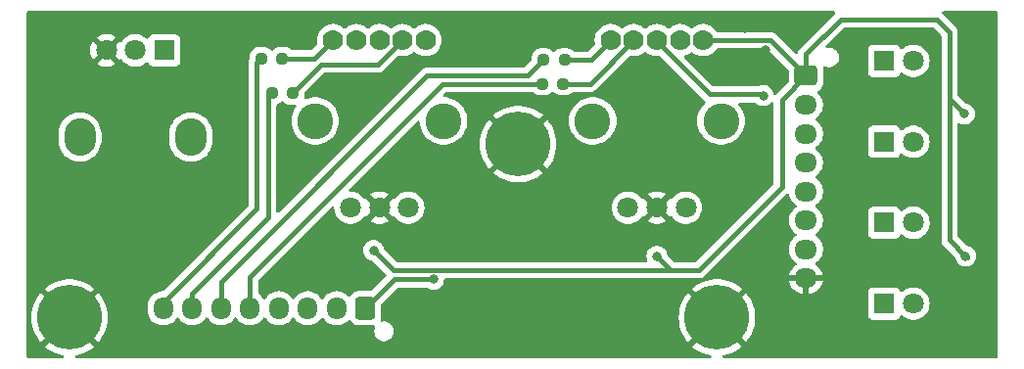
<source format=gbr>
%TF.GenerationSoftware,KiCad,Pcbnew,8.0.1*%
%TF.CreationDate,2024-05-21T11:09:40+02:00*%
%TF.ProjectId,SecondaryBoard,5365636f-6e64-4617-9279-426f6172642e,rev?*%
%TF.SameCoordinates,Original*%
%TF.FileFunction,Copper,L1,Top*%
%TF.FilePolarity,Positive*%
%FSLAX46Y46*%
G04 Gerber Fmt 4.6, Leading zero omitted, Abs format (unit mm)*
G04 Created by KiCad (PCBNEW 8.0.1) date 2024-05-21 11:09:40*
%MOMM*%
%LPD*%
G01*
G04 APERTURE LIST*
G04 Aperture macros list*
%AMRoundRect*
0 Rectangle with rounded corners*
0 $1 Rounding radius*
0 $2 $3 $4 $5 $6 $7 $8 $9 X,Y pos of 4 corners*
0 Add a 4 corners polygon primitive as box body*
4,1,4,$2,$3,$4,$5,$6,$7,$8,$9,$2,$3,0*
0 Add four circle primitives for the rounded corners*
1,1,$1+$1,$2,$3*
1,1,$1+$1,$4,$5*
1,1,$1+$1,$6,$7*
1,1,$1+$1,$8,$9*
0 Add four rect primitives between the rounded corners*
20,1,$1+$1,$2,$3,$4,$5,0*
20,1,$1+$1,$4,$5,$6,$7,0*
20,1,$1+$1,$6,$7,$8,$9,0*
20,1,$1+$1,$8,$9,$2,$3,0*%
G04 Aperture macros list end*
%TA.AperFunction,ComponentPad*%
%ADD10R,1.800000X1.800000*%
%TD*%
%TA.AperFunction,ComponentPad*%
%ADD11C,1.800000*%
%TD*%
%TA.AperFunction,ComponentPad*%
%ADD12C,1.778000*%
%TD*%
%TA.AperFunction,ComponentPad*%
%ADD13C,1.798320*%
%TD*%
%TA.AperFunction,ComponentPad*%
%ADD14C,3.114040*%
%TD*%
%TA.AperFunction,ComponentPad*%
%ADD15C,5.600000*%
%TD*%
%TA.AperFunction,SMDPad,CuDef*%
%ADD16RoundRect,0.237500X0.250000X0.237500X-0.250000X0.237500X-0.250000X-0.237500X0.250000X-0.237500X0*%
%TD*%
%TA.AperFunction,ComponentPad*%
%ADD17O,2.720000X3.240000*%
%TD*%
%TA.AperFunction,SMDPad,CuDef*%
%ADD18RoundRect,0.237500X-0.250000X-0.237500X0.250000X-0.237500X0.250000X0.237500X-0.250000X0.237500X0*%
%TD*%
%TA.AperFunction,ComponentPad*%
%ADD19RoundRect,0.250000X0.600000X0.725000X-0.600000X0.725000X-0.600000X-0.725000X0.600000X-0.725000X0*%
%TD*%
%TA.AperFunction,ComponentPad*%
%ADD20O,1.700000X1.950000*%
%TD*%
%TA.AperFunction,ComponentPad*%
%ADD21RoundRect,0.250000X-0.725000X0.600000X-0.725000X-0.600000X0.725000X-0.600000X0.725000X0.600000X0*%
%TD*%
%TA.AperFunction,ComponentPad*%
%ADD22O,1.950000X1.700000*%
%TD*%
%TA.AperFunction,ViaPad*%
%ADD23C,0.800000*%
%TD*%
%TA.AperFunction,Conductor*%
%ADD24C,0.400000*%
%TD*%
G04 APERTURE END LIST*
D10*
%TO.P,D4,1,K*%
%TO.N,band3*%
X214649900Y-44800000D03*
D11*
%TO.P,D4,2,A*%
%TO.N,Net-(D4-A)*%
X217189900Y-44800000D03*
%TD*%
D12*
%TO.P,S1,1*%
%TO.N,Net-(R9-Pad1)*%
X191002040Y-43002300D03*
%TO.P,S1,2*%
%TO.N,Net-(R10-Pad1)*%
X193001020Y-43002300D03*
%TO.P,S1,3*%
%TO.N,EQ_BAND_BTN*%
X195000000Y-43002300D03*
%TO.P,S1,4*%
%TO.N,unconnected-(S1-Pad4)*%
X196998980Y-43002300D03*
%TO.P,S1,5*%
%TO.N,+3.3V*%
X198997960Y-43002300D03*
D13*
%TO.P,S1,A*%
%TO.N,Net-(R1-Pad2)*%
X192500640Y-57498080D03*
%TO.P,S1,B*%
%TO.N,Net-(R4-Pad2)*%
X197499360Y-57498080D03*
%TO.P,S1,C*%
%TO.N,GND*%
X195000000Y-57498080D03*
D14*
%TO.P,S1,M1*%
%TO.N,N/C*%
X189450100Y-50000000D03*
%TO.P,S1,M2*%
X200549900Y-50000000D03*
%TD*%
D15*
%TO.P,H2,1,1*%
%TO.N,GND*%
X144200000Y-67000000D03*
%TD*%
D12*
%TO.P,S2,1*%
%TO.N,Net-(R12-Pad2)*%
X167002040Y-43002300D03*
%TO.P,S2,2*%
%TO.N,unconnected-(S2-Pad2)*%
X169001020Y-43002300D03*
%TO.P,S2,3*%
%TO.N,unconnected-(S2-Pad3)*%
X171000000Y-43002300D03*
%TO.P,S2,4*%
%TO.N,Net-(R11-Pad2)*%
X172998980Y-43002300D03*
%TO.P,S2,5*%
%TO.N,+3.3V*%
X174997960Y-43002300D03*
D13*
%TO.P,S2,A*%
%TO.N,Net-(R3-Pad2)*%
X168500640Y-57498080D03*
%TO.P,S2,B*%
%TO.N,Net-(R7-Pad2)*%
X173499360Y-57498080D03*
%TO.P,S2,C*%
%TO.N,GND*%
X171000000Y-57498080D03*
D14*
%TO.P,S2,M1*%
%TO.N,N/C*%
X165450100Y-50000000D03*
%TO.P,S2,M2*%
X176549900Y-50000000D03*
%TD*%
D10*
%TO.P,D1,1,K*%
%TO.N,band0*%
X214649900Y-65800000D03*
D11*
%TO.P,D1,2,A*%
%TO.N,Net-(D1-A)*%
X217189900Y-65800000D03*
%TD*%
D10*
%TO.P,D2,1,K*%
%TO.N,band1*%
X214649900Y-58800000D03*
D11*
%TO.P,D2,2,A*%
%TO.N,Net-(D2-A)*%
X217189900Y-58800000D03*
%TD*%
D16*
%TO.P,R9,1*%
%TO.N,Net-(R9-Pad1)*%
X187012500Y-44700000D03*
%TO.P,R9,2*%
%TO.N,TIM3_CH2*%
X185187500Y-44700000D03*
%TD*%
D10*
%TO.P,D3,1,K*%
%TO.N,band2*%
X214649900Y-51800000D03*
D11*
%TO.P,D3,2,A*%
%TO.N,Net-(D3-A)*%
X217189900Y-51800000D03*
%TD*%
D17*
%TO.P,RV1,*%
%TO.N,*%
X154700000Y-51400000D03*
X145100000Y-51400000D03*
D10*
%TO.P,RV1,1,1*%
%TO.N,+3.3V*%
X152400000Y-43900000D03*
D11*
%TO.P,RV1,2,2*%
%TO.N,Potar_volume*%
X149900000Y-43900000D03*
%TO.P,RV1,3,3*%
%TO.N,GND*%
X147400000Y-43900000D03*
%TD*%
D15*
%TO.P,H3,1,1*%
%TO.N,GND*%
X200200000Y-67000000D03*
%TD*%
D18*
%TO.P,R11,1*%
%TO.N,TIM3_CH3*%
X161687500Y-47600000D03*
%TO.P,R11,2*%
%TO.N,Net-(R11-Pad2)*%
X163512500Y-47600000D03*
%TD*%
D15*
%TO.P,H1,1,1*%
%TO.N,GND*%
X183000000Y-52000000D03*
%TD*%
D16*
%TO.P,R10,1*%
%TO.N,Net-(R10-Pad1)*%
X186912500Y-46800000D03*
%TO.P,R10,2*%
%TO.N,TIM3_CH1*%
X185087500Y-46800000D03*
%TD*%
D18*
%TO.P,R12,1*%
%TO.N,TIM3_CH4*%
X160787500Y-44600000D03*
%TO.P,R12,2*%
%TO.N,Net-(R12-Pad2)*%
X162612500Y-44600000D03*
%TD*%
D19*
%TO.P,J4,1,Pin_1*%
%TO.N,A Encodeur 1*%
X169800000Y-66200000D03*
D20*
%TO.P,J4,2,Pin_2*%
%TO.N,B Encodeur 1*%
X167300000Y-66200000D03*
%TO.P,J4,3,Pin_3*%
%TO.N,B Encodeur 2*%
X164800000Y-66200000D03*
%TO.P,J4,4,Pin_4*%
%TO.N,A Encodeur 2*%
X162300000Y-66200000D03*
%TO.P,J4,5,Pin_5*%
%TO.N,TIM3_CH1*%
X159800000Y-66200000D03*
%TO.P,J4,6,Pin_6*%
%TO.N,TIM3_CH2*%
X157300000Y-66200000D03*
%TO.P,J4,7,Pin_7*%
%TO.N,TIM3_CH3*%
X154800000Y-66200000D03*
%TO.P,J4,8,Pin_8*%
%TO.N,TIM3_CH4*%
X152300000Y-66200000D03*
%TD*%
D21*
%TO.P,J5,1,Pin_1*%
%TO.N,+3.3V*%
X207900000Y-46100000D03*
D22*
%TO.P,J5,2,Pin_2*%
%TO.N,Potar_volume*%
X207900000Y-48600000D03*
%TO.P,J5,3,Pin_3*%
%TO.N,EQ_BAND_BTN*%
X207900000Y-51100000D03*
%TO.P,J5,4,Pin_4*%
%TO.N,band3*%
X207900000Y-53600000D03*
%TO.P,J5,5,Pin_5*%
%TO.N,band2*%
X207900000Y-56100000D03*
%TO.P,J5,6,Pin_6*%
%TO.N,band1*%
X207900000Y-58600000D03*
%TO.P,J5,7,Pin_7*%
%TO.N,band0*%
X207900000Y-61100000D03*
%TO.P,J5,8,Pin_8*%
%TO.N,GND*%
X207900000Y-63600000D03*
%TD*%
D23*
%TO.N,GND*%
X223600000Y-68900000D03*
X223600000Y-58900000D03*
X223600000Y-51400000D03*
X152300000Y-40900000D03*
X175100000Y-41000000D03*
X190500000Y-40900000D03*
X190500000Y-69100000D03*
X175100000Y-69100000D03*
X211200000Y-69000000D03*
X152200000Y-69200000D03*
%TO.N,A Encodeur 1*%
X175700000Y-63700000D03*
%TO.N,GND*%
X141800000Y-63300000D03*
X141800000Y-54000000D03*
X141800000Y-42000000D03*
X207900000Y-41100000D03*
X199700000Y-45000000D03*
X155000000Y-42500000D03*
X183000000Y-43000000D03*
%TO.N,EQ_BAND_BTN*%
X204200000Y-47800000D03*
%TO.N,GND*%
X183000000Y-60800000D03*
X192500000Y-52500000D03*
X166000000Y-62000000D03*
X193900000Y-45300000D03*
X212500000Y-47500000D03*
X197500000Y-52500000D03*
X175100000Y-60100000D03*
X212500000Y-52500000D03*
X169200000Y-49400000D03*
X199000000Y-59000000D03*
X177500000Y-52500000D03*
X187500000Y-52500000D03*
X204400000Y-43900000D03*
X223600000Y-41700000D03*
X215000000Y-62500000D03*
X212500000Y-42500000D03*
X166600000Y-46400000D03*
X202600000Y-42000000D03*
X155000000Y-57500000D03*
%TO.N,+3.3V*%
X221700000Y-61700000D03*
X221600000Y-49400000D03*
X195000000Y-61700000D03*
X170500000Y-61200000D03*
%TD*%
D24*
%TO.N,Net-(R11-Pad2)*%
X170901280Y-45100000D02*
X172998980Y-43002300D01*
X166000000Y-45100000D02*
X170901280Y-45100000D01*
X163512500Y-47600000D02*
X163512500Y-47587500D01*
X163512500Y-47587500D02*
X166000000Y-45100000D01*
%TO.N,+3.3V*%
X221600000Y-49400000D02*
X220300000Y-48100000D01*
X219200000Y-41200000D02*
X220300000Y-42300000D01*
X220300000Y-42300000D02*
X220300000Y-60300000D01*
X207900000Y-44200000D02*
X210900000Y-41200000D01*
X207900000Y-46100000D02*
X207900000Y-44200000D01*
X210900000Y-41200000D02*
X219200000Y-41200000D01*
X220300000Y-60300000D02*
X221700000Y-61700000D01*
%TO.N,EQ_BAND_BTN*%
X195000000Y-43100000D02*
X195000000Y-43002300D01*
X204100000Y-47700000D02*
X199600000Y-47700000D01*
X199600000Y-47700000D02*
X195000000Y-43100000D01*
X204200000Y-47800000D02*
X204100000Y-47700000D01*
%TO.N,TIM3_CH2*%
X183787500Y-46100000D02*
X185187500Y-44700000D01*
X157300000Y-63900000D02*
X175100000Y-46100000D01*
X175100000Y-46100000D02*
X183787500Y-46100000D01*
X157300000Y-66200000D02*
X157300000Y-63900000D01*
%TO.N,+3.3V*%
X172200000Y-62900000D02*
X170500000Y-61200000D01*
X196200000Y-62900000D02*
X172200000Y-62900000D01*
X198650000Y-62900000D02*
X196200000Y-62900000D01*
X196200000Y-62900000D02*
X195000000Y-61700000D01*
X205800000Y-55750000D02*
X198650000Y-62900000D01*
X205800000Y-48200000D02*
X205800000Y-55750000D01*
X207900000Y-46100000D02*
X205800000Y-48200000D01*
%TO.N,A Encodeur 1*%
X172300000Y-63700000D02*
X169800000Y-66200000D01*
X175700000Y-63700000D02*
X172300000Y-63700000D01*
%TO.N,TIM3_CH1*%
X159800000Y-63500000D02*
X159800000Y-66200000D01*
X176500000Y-46800000D02*
X159800000Y-63500000D01*
X185087500Y-46800000D02*
X176500000Y-46800000D01*
%TO.N,TIM3_CH4*%
X152300000Y-65700000D02*
X152300000Y-66200000D01*
X160400000Y-57600000D02*
X152300000Y-65700000D01*
X160400000Y-44987500D02*
X160400000Y-57600000D01*
X160787500Y-44600000D02*
X160400000Y-44987500D01*
%TO.N,TIM3_CH3*%
X154800000Y-64900000D02*
X154800000Y-66200000D01*
X161400000Y-58300000D02*
X154800000Y-64900000D01*
X161400000Y-47887500D02*
X161400000Y-58300000D01*
X161687500Y-47600000D02*
X161400000Y-47887500D01*
%TO.N,band1*%
X214449900Y-58600000D02*
X214649900Y-58800000D01*
%TO.N,+3.3V*%
X221700000Y-61700000D02*
X221800000Y-61800000D01*
X199000260Y-43000000D02*
X198997960Y-43002300D01*
X204800000Y-43000000D02*
X199000260Y-43000000D01*
X207900000Y-46100000D02*
X204800000Y-43000000D01*
%TO.N,Net-(R9-Pad1)*%
X187012500Y-44700000D02*
X189304340Y-44700000D01*
X189304340Y-44700000D02*
X191002040Y-43002300D01*
%TO.N,Net-(R10-Pad1)*%
X186912500Y-46800000D02*
X189203320Y-46800000D01*
X189203320Y-46800000D02*
X193001020Y-43002300D01*
%TO.N,Net-(R12-Pad2)*%
X162612500Y-44600000D02*
X165404340Y-44600000D01*
X165404340Y-44600000D02*
X167002040Y-43002300D01*
%TD*%
%TA.AperFunction,Conductor*%
%TO.N,GND*%
G36*
X210376519Y-40520185D02*
G01*
X210422274Y-40572989D01*
X210432218Y-40642147D01*
X210403193Y-40705703D01*
X210397161Y-40712181D01*
X207355888Y-43753453D01*
X207355887Y-43753454D01*
X207279223Y-43868192D01*
X207226421Y-43995668D01*
X207226418Y-43995678D01*
X207213286Y-44061699D01*
X207213286Y-44061700D01*
X207198661Y-44135218D01*
X207166275Y-44197129D01*
X207105558Y-44231702D01*
X207035789Y-44227961D01*
X206989363Y-44198706D01*
X205246546Y-42455888D01*
X205246545Y-42455887D01*
X205131807Y-42379222D01*
X205004332Y-42326421D01*
X205004322Y-42326418D01*
X204868996Y-42299500D01*
X204868994Y-42299500D01*
X204868993Y-42299500D01*
X200265669Y-42299500D01*
X200198630Y-42279815D01*
X200161860Y-42243322D01*
X200153812Y-42231004D01*
X200098229Y-42145927D01*
X199942268Y-41976508D01*
X199784173Y-41853458D01*
X199760551Y-41835072D01*
X199558029Y-41725472D01*
X199558021Y-41725469D01*
X199340234Y-41650702D01*
X199169880Y-41622275D01*
X199113097Y-41612800D01*
X198882823Y-41612800D01*
X198837396Y-41620380D01*
X198655685Y-41650702D01*
X198437898Y-41725469D01*
X198437890Y-41725472D01*
X198235369Y-41835072D01*
X198074632Y-41960178D01*
X198009638Y-41985820D01*
X197941098Y-41972253D01*
X197922308Y-41960178D01*
X197761570Y-41835072D01*
X197761569Y-41835071D01*
X197559049Y-41725472D01*
X197559041Y-41725469D01*
X197341254Y-41650702D01*
X197170900Y-41622275D01*
X197114117Y-41612800D01*
X196883843Y-41612800D01*
X196838416Y-41620380D01*
X196656705Y-41650702D01*
X196438918Y-41725469D01*
X196438910Y-41725472D01*
X196236389Y-41835072D01*
X196075652Y-41960178D01*
X196010658Y-41985820D01*
X195942118Y-41972253D01*
X195923328Y-41960178D01*
X195762590Y-41835072D01*
X195762589Y-41835071D01*
X195560069Y-41725472D01*
X195560061Y-41725469D01*
X195342274Y-41650702D01*
X195171920Y-41622275D01*
X195115137Y-41612800D01*
X194884863Y-41612800D01*
X194839436Y-41620380D01*
X194657725Y-41650702D01*
X194439938Y-41725469D01*
X194439930Y-41725472D01*
X194237409Y-41835072D01*
X194076672Y-41960178D01*
X194011678Y-41985820D01*
X193943138Y-41972253D01*
X193924348Y-41960178D01*
X193763610Y-41835072D01*
X193763609Y-41835071D01*
X193561089Y-41725472D01*
X193561081Y-41725469D01*
X193343294Y-41650702D01*
X193172940Y-41622275D01*
X193116157Y-41612800D01*
X192885883Y-41612800D01*
X192840456Y-41620380D01*
X192658745Y-41650702D01*
X192440958Y-41725469D01*
X192440950Y-41725472D01*
X192238429Y-41835072D01*
X192077692Y-41960178D01*
X192012698Y-41985820D01*
X191944158Y-41972253D01*
X191925368Y-41960178D01*
X191764630Y-41835072D01*
X191764629Y-41835071D01*
X191562109Y-41725472D01*
X191562101Y-41725469D01*
X191344314Y-41650702D01*
X191173960Y-41622275D01*
X191117177Y-41612800D01*
X190886903Y-41612800D01*
X190841476Y-41620380D01*
X190659765Y-41650702D01*
X190441978Y-41725469D01*
X190441970Y-41725472D01*
X190239448Y-41835072D01*
X190057734Y-41976506D01*
X190057729Y-41976511D01*
X189901768Y-42145929D01*
X189775822Y-42338705D01*
X189683322Y-42549585D01*
X189626793Y-42772815D01*
X189607778Y-43002294D01*
X189607778Y-43002305D01*
X189626793Y-43231784D01*
X189640838Y-43287247D01*
X189638213Y-43357068D01*
X189608313Y-43405368D01*
X189050502Y-43963181D01*
X188989179Y-43996666D01*
X188962821Y-43999500D01*
X187894552Y-43999500D01*
X187827513Y-43979815D01*
X187806871Y-43963181D01*
X187723351Y-43879661D01*
X187723350Y-43879660D01*
X187632129Y-43823395D01*
X187576518Y-43789093D01*
X187576513Y-43789091D01*
X187534466Y-43775158D01*
X187412753Y-43734826D01*
X187412751Y-43734825D01*
X187311678Y-43724500D01*
X186713330Y-43724500D01*
X186713312Y-43724501D01*
X186612247Y-43734825D01*
X186448484Y-43789092D01*
X186448481Y-43789093D01*
X186301648Y-43879661D01*
X186187681Y-43993629D01*
X186126358Y-44027114D01*
X186056666Y-44022130D01*
X186012319Y-43993629D01*
X185898351Y-43879661D01*
X185898350Y-43879660D01*
X185807129Y-43823395D01*
X185751518Y-43789093D01*
X185751513Y-43789091D01*
X185709466Y-43775158D01*
X185587753Y-43734826D01*
X185587751Y-43734825D01*
X185486678Y-43724500D01*
X184888330Y-43724500D01*
X184888312Y-43724501D01*
X184787247Y-43734825D01*
X184623484Y-43789092D01*
X184623481Y-43789093D01*
X184476648Y-43879661D01*
X184354661Y-44001648D01*
X184264093Y-44148481D01*
X184264091Y-44148486D01*
X184247450Y-44198706D01*
X184209826Y-44312247D01*
X184209826Y-44312248D01*
X184209825Y-44312248D01*
X184199500Y-44413315D01*
X184199500Y-44645980D01*
X184179815Y-44713019D01*
X184163181Y-44733661D01*
X183533662Y-45363181D01*
X183472339Y-45396666D01*
X183445981Y-45399500D01*
X175031005Y-45399500D01*
X174961161Y-45413393D01*
X174926238Y-45420340D01*
X174903259Y-45424910D01*
X174895670Y-45426420D01*
X174895667Y-45426421D01*
X174877267Y-45434043D01*
X174768191Y-45479223D01*
X174667445Y-45546539D01*
X174667446Y-45546540D01*
X174653453Y-45555889D01*
X174653451Y-45555891D01*
X162312181Y-57897162D01*
X162250858Y-57930647D01*
X162181166Y-57925663D01*
X162125233Y-57883791D01*
X162100816Y-57818327D01*
X162100500Y-57809481D01*
X162100500Y-48650490D01*
X162120185Y-48583451D01*
X162172989Y-48537696D01*
X162185486Y-48532788D01*
X162251516Y-48510908D01*
X162398350Y-48420340D01*
X162512319Y-48306371D01*
X162573642Y-48272886D01*
X162643334Y-48277870D01*
X162687681Y-48306371D01*
X162801650Y-48420340D01*
X162948484Y-48510908D01*
X163112247Y-48565174D01*
X163213323Y-48575500D01*
X163697836Y-48575499D01*
X163764875Y-48595183D01*
X163810630Y-48647987D01*
X163820574Y-48717146D01*
X163799140Y-48771008D01*
X163688007Y-48928446D01*
X163558511Y-49178361D01*
X163464246Y-49443599D01*
X163464245Y-49443605D01*
X163406981Y-49719177D01*
X163406980Y-49719179D01*
X163387772Y-50000000D01*
X163406980Y-50280820D01*
X163406981Y-50280822D01*
X163464245Y-50556394D01*
X163464246Y-50556400D01*
X163464248Y-50556407D01*
X163464249Y-50556409D01*
X163558509Y-50821634D01*
X163558510Y-50821637D01*
X163558511Y-50821638D01*
X163574309Y-50852127D01*
X163688007Y-51071553D01*
X163850329Y-51301510D01*
X163850333Y-51301514D01*
X163850333Y-51301515D01*
X164042455Y-51507226D01*
X164118006Y-51568691D01*
X164260796Y-51684860D01*
X164260798Y-51684861D01*
X164260799Y-51684862D01*
X164501296Y-51831112D01*
X164501301Y-51831114D01*
X164732023Y-51931330D01*
X164759468Y-51943251D01*
X165030507Y-52019193D01*
X165275665Y-52052888D01*
X165309361Y-52057520D01*
X165309362Y-52057520D01*
X165590839Y-52057520D01*
X165620901Y-52053387D01*
X165869693Y-52019193D01*
X166140732Y-51943251D01*
X166398905Y-51831111D01*
X166639404Y-51684860D01*
X166857748Y-51507223D01*
X167049871Y-51301510D01*
X167212193Y-51071553D01*
X167341691Y-50821634D01*
X167435951Y-50556409D01*
X167493219Y-50280820D01*
X167512428Y-50000000D01*
X167493219Y-49719180D01*
X167435951Y-49443591D01*
X167341691Y-49178366D01*
X167212193Y-48928447D01*
X167049871Y-48698490D01*
X167049866Y-48698484D01*
X166900782Y-48538855D01*
X166857748Y-48492777D01*
X166857746Y-48492776D01*
X166857744Y-48492773D01*
X166682486Y-48350190D01*
X166639404Y-48315140D01*
X166639402Y-48315139D01*
X166639400Y-48315137D01*
X166398903Y-48168887D01*
X166398898Y-48168885D01*
X166140736Y-48056750D01*
X165869698Y-47980808D01*
X165869694Y-47980807D01*
X165869693Y-47980807D01*
X165661536Y-47952197D01*
X165590839Y-47942480D01*
X165590838Y-47942480D01*
X165309362Y-47942480D01*
X165309361Y-47942480D01*
X165030507Y-47980807D01*
X165030501Y-47980808D01*
X164759470Y-48056748D01*
X164664580Y-48097964D01*
X164595248Y-48106617D01*
X164532244Y-48076412D01*
X164495572Y-48016941D01*
X164491821Y-47971628D01*
X164500500Y-47886677D01*
X164500499Y-47641517D01*
X164520183Y-47574479D01*
X164536813Y-47553842D01*
X166253838Y-45836819D01*
X166315161Y-45803334D01*
X166341519Y-45800500D01*
X170970276Y-45800500D01*
X171073423Y-45779982D01*
X171105608Y-45773580D01*
X171169349Y-45747177D01*
X171233087Y-45720777D01*
X171233088Y-45720776D01*
X171233091Y-45720775D01*
X171347823Y-45644114D01*
X172595576Y-44396359D01*
X172656897Y-44362876D01*
X172703661Y-44361733D01*
X172883843Y-44391800D01*
X172883844Y-44391800D01*
X173114116Y-44391800D01*
X173114117Y-44391800D01*
X173341251Y-44353898D01*
X173559049Y-44279128D01*
X173761569Y-44169529D01*
X173761577Y-44169523D01*
X173922308Y-44044422D01*
X173987302Y-44018779D01*
X174055842Y-44032346D01*
X174074632Y-44044422D01*
X174235362Y-44169523D01*
X174235368Y-44169527D01*
X174235371Y-44169529D01*
X174437891Y-44279128D01*
X174537475Y-44313315D01*
X174655685Y-44353897D01*
X174655687Y-44353897D01*
X174655689Y-44353898D01*
X174882823Y-44391800D01*
X174882824Y-44391800D01*
X175113096Y-44391800D01*
X175113097Y-44391800D01*
X175340231Y-44353898D01*
X175558029Y-44279128D01*
X175760549Y-44169529D01*
X175942268Y-44028092D01*
X176098229Y-43858673D01*
X176224177Y-43665895D01*
X176316677Y-43455016D01*
X176373206Y-43231788D01*
X176389359Y-43036850D01*
X176392222Y-43002305D01*
X176392222Y-43002294D01*
X176373206Y-42772815D01*
X176373206Y-42772812D01*
X176316677Y-42549584D01*
X176224177Y-42338705D01*
X176098231Y-42145929D01*
X175950840Y-41985820D01*
X175942268Y-41976508D01*
X175784173Y-41853458D01*
X175760551Y-41835072D01*
X175558029Y-41725472D01*
X175558021Y-41725469D01*
X175340234Y-41650702D01*
X175169880Y-41622275D01*
X175113097Y-41612800D01*
X174882823Y-41612800D01*
X174837396Y-41620380D01*
X174655685Y-41650702D01*
X174437898Y-41725469D01*
X174437890Y-41725472D01*
X174235369Y-41835072D01*
X174074632Y-41960178D01*
X174009638Y-41985820D01*
X173941098Y-41972253D01*
X173922308Y-41960178D01*
X173761570Y-41835072D01*
X173761569Y-41835071D01*
X173559049Y-41725472D01*
X173559041Y-41725469D01*
X173341254Y-41650702D01*
X173170900Y-41622275D01*
X173114117Y-41612800D01*
X172883843Y-41612800D01*
X172838416Y-41620380D01*
X172656705Y-41650702D01*
X172438918Y-41725469D01*
X172438910Y-41725472D01*
X172236389Y-41835072D01*
X172075652Y-41960178D01*
X172010658Y-41985820D01*
X171942118Y-41972253D01*
X171923328Y-41960178D01*
X171762590Y-41835072D01*
X171762589Y-41835071D01*
X171560069Y-41725472D01*
X171560061Y-41725469D01*
X171342274Y-41650702D01*
X171171920Y-41622275D01*
X171115137Y-41612800D01*
X170884863Y-41612800D01*
X170839436Y-41620380D01*
X170657725Y-41650702D01*
X170439938Y-41725469D01*
X170439930Y-41725472D01*
X170237409Y-41835072D01*
X170076672Y-41960178D01*
X170011678Y-41985820D01*
X169943138Y-41972253D01*
X169924348Y-41960178D01*
X169763610Y-41835072D01*
X169763609Y-41835071D01*
X169561089Y-41725472D01*
X169561081Y-41725469D01*
X169343294Y-41650702D01*
X169172940Y-41622275D01*
X169116157Y-41612800D01*
X168885883Y-41612800D01*
X168840456Y-41620380D01*
X168658745Y-41650702D01*
X168440958Y-41725469D01*
X168440950Y-41725472D01*
X168238429Y-41835072D01*
X168077692Y-41960178D01*
X168012698Y-41985820D01*
X167944158Y-41972253D01*
X167925368Y-41960178D01*
X167764630Y-41835072D01*
X167764629Y-41835071D01*
X167562109Y-41725472D01*
X167562101Y-41725469D01*
X167344314Y-41650702D01*
X167173960Y-41622275D01*
X167117177Y-41612800D01*
X166886903Y-41612800D01*
X166841476Y-41620380D01*
X166659765Y-41650702D01*
X166441978Y-41725469D01*
X166441970Y-41725472D01*
X166239448Y-41835072D01*
X166057734Y-41976506D01*
X166057729Y-41976511D01*
X165901768Y-42145929D01*
X165775822Y-42338705D01*
X165683322Y-42549585D01*
X165626793Y-42772815D01*
X165607778Y-43002294D01*
X165607778Y-43002305D01*
X165626793Y-43231784D01*
X165640838Y-43287247D01*
X165638213Y-43357068D01*
X165608313Y-43405368D01*
X165150502Y-43863181D01*
X165089179Y-43896666D01*
X165062821Y-43899500D01*
X163494552Y-43899500D01*
X163427513Y-43879815D01*
X163406871Y-43863181D01*
X163323351Y-43779661D01*
X163323350Y-43779660D01*
X163205561Y-43707007D01*
X163176518Y-43689093D01*
X163176513Y-43689091D01*
X163155663Y-43682182D01*
X163012753Y-43634826D01*
X163012751Y-43634825D01*
X162911678Y-43624500D01*
X162313330Y-43624500D01*
X162313312Y-43624501D01*
X162212247Y-43634825D01*
X162048484Y-43689092D01*
X162048481Y-43689093D01*
X161901648Y-43779661D01*
X161787681Y-43893629D01*
X161726358Y-43927114D01*
X161656666Y-43922130D01*
X161612319Y-43893629D01*
X161498351Y-43779661D01*
X161498350Y-43779660D01*
X161380561Y-43707007D01*
X161351518Y-43689093D01*
X161351513Y-43689091D01*
X161330663Y-43682182D01*
X161187753Y-43634826D01*
X161187751Y-43634825D01*
X161086678Y-43624500D01*
X160488330Y-43624500D01*
X160488312Y-43624501D01*
X160387247Y-43634825D01*
X160223484Y-43689092D01*
X160223481Y-43689093D01*
X160076648Y-43779661D01*
X159954661Y-43901648D01*
X159864093Y-44048481D01*
X159864091Y-44048486D01*
X159849343Y-44092993D01*
X159809826Y-44212247D01*
X159809826Y-44212248D01*
X159809825Y-44212248D01*
X159799500Y-44313315D01*
X159799500Y-44587729D01*
X159781255Y-44649861D01*
X159782099Y-44650312D01*
X159779933Y-44654363D01*
X159779815Y-44654768D01*
X159779284Y-44655578D01*
X159779224Y-44655689D01*
X159726420Y-44783171D01*
X159726418Y-44783179D01*
X159701732Y-44907283D01*
X159701732Y-44907288D01*
X159699500Y-44918507D01*
X159699500Y-44918510D01*
X159699500Y-57258481D01*
X159679815Y-57325520D01*
X159663181Y-57346162D01*
X152321162Y-64688181D01*
X152259839Y-64721666D01*
X152233481Y-64724500D01*
X152193713Y-64724500D01*
X152145042Y-64732208D01*
X151983760Y-64757753D01*
X151781585Y-64823444D01*
X151592179Y-64919951D01*
X151420213Y-65044890D01*
X151269890Y-65195213D01*
X151144951Y-65367179D01*
X151048444Y-65556585D01*
X151048443Y-65556587D01*
X151048443Y-65556588D01*
X151044509Y-65568695D01*
X150982753Y-65758760D01*
X150953294Y-65944760D01*
X150949500Y-65968713D01*
X150949500Y-66431287D01*
X150982754Y-66641243D01*
X151045358Y-66833918D01*
X151048444Y-66843414D01*
X151144951Y-67032820D01*
X151269890Y-67204786D01*
X151420213Y-67355109D01*
X151592179Y-67480048D01*
X151592181Y-67480049D01*
X151592184Y-67480051D01*
X151781588Y-67576557D01*
X151983757Y-67642246D01*
X152193713Y-67675500D01*
X152193714Y-67675500D01*
X152406286Y-67675500D01*
X152406287Y-67675500D01*
X152616243Y-67642246D01*
X152818412Y-67576557D01*
X153007816Y-67480051D01*
X153054275Y-67446297D01*
X153179786Y-67355109D01*
X153179788Y-67355106D01*
X153179792Y-67355104D01*
X153330104Y-67204792D01*
X153449683Y-67040204D01*
X153505011Y-66997540D01*
X153574624Y-66991561D01*
X153636420Y-67024166D01*
X153650313Y-67040199D01*
X153684271Y-67086938D01*
X153769896Y-67204792D01*
X153920213Y-67355109D01*
X154092179Y-67480048D01*
X154092181Y-67480049D01*
X154092184Y-67480051D01*
X154281588Y-67576557D01*
X154483757Y-67642246D01*
X154693713Y-67675500D01*
X154693714Y-67675500D01*
X154906286Y-67675500D01*
X154906287Y-67675500D01*
X155116243Y-67642246D01*
X155318412Y-67576557D01*
X155507816Y-67480051D01*
X155554275Y-67446297D01*
X155679786Y-67355109D01*
X155679788Y-67355106D01*
X155679792Y-67355104D01*
X155830104Y-67204792D01*
X155949683Y-67040204D01*
X156005011Y-66997540D01*
X156074624Y-66991561D01*
X156136420Y-67024166D01*
X156150313Y-67040199D01*
X156184271Y-67086938D01*
X156269896Y-67204792D01*
X156420213Y-67355109D01*
X156592179Y-67480048D01*
X156592181Y-67480049D01*
X156592184Y-67480051D01*
X156781588Y-67576557D01*
X156983757Y-67642246D01*
X157193713Y-67675500D01*
X157193714Y-67675500D01*
X157406286Y-67675500D01*
X157406287Y-67675500D01*
X157616243Y-67642246D01*
X157818412Y-67576557D01*
X158007816Y-67480051D01*
X158054275Y-67446297D01*
X158179786Y-67355109D01*
X158179788Y-67355106D01*
X158179792Y-67355104D01*
X158330104Y-67204792D01*
X158449683Y-67040204D01*
X158505011Y-66997540D01*
X158574624Y-66991561D01*
X158636420Y-67024166D01*
X158650313Y-67040199D01*
X158684271Y-67086938D01*
X158769896Y-67204792D01*
X158920213Y-67355109D01*
X159092179Y-67480048D01*
X159092181Y-67480049D01*
X159092184Y-67480051D01*
X159281588Y-67576557D01*
X159483757Y-67642246D01*
X159693713Y-67675500D01*
X159693714Y-67675500D01*
X159906286Y-67675500D01*
X159906287Y-67675500D01*
X160116243Y-67642246D01*
X160318412Y-67576557D01*
X160507816Y-67480051D01*
X160554275Y-67446297D01*
X160679786Y-67355109D01*
X160679788Y-67355106D01*
X160679792Y-67355104D01*
X160830104Y-67204792D01*
X160949683Y-67040204D01*
X161005011Y-66997540D01*
X161074624Y-66991561D01*
X161136420Y-67024166D01*
X161150313Y-67040199D01*
X161184271Y-67086938D01*
X161269896Y-67204792D01*
X161420213Y-67355109D01*
X161592179Y-67480048D01*
X161592181Y-67480049D01*
X161592184Y-67480051D01*
X161781588Y-67576557D01*
X161983757Y-67642246D01*
X162193713Y-67675500D01*
X162193714Y-67675500D01*
X162406286Y-67675500D01*
X162406287Y-67675500D01*
X162616243Y-67642246D01*
X162818412Y-67576557D01*
X163007816Y-67480051D01*
X163054275Y-67446297D01*
X163179786Y-67355109D01*
X163179788Y-67355106D01*
X163179792Y-67355104D01*
X163330104Y-67204792D01*
X163449683Y-67040204D01*
X163505011Y-66997540D01*
X163574624Y-66991561D01*
X163636420Y-67024166D01*
X163650313Y-67040199D01*
X163684271Y-67086938D01*
X163769896Y-67204792D01*
X163920213Y-67355109D01*
X164092179Y-67480048D01*
X164092181Y-67480049D01*
X164092184Y-67480051D01*
X164281588Y-67576557D01*
X164483757Y-67642246D01*
X164693713Y-67675500D01*
X164693714Y-67675500D01*
X164906286Y-67675500D01*
X164906287Y-67675500D01*
X165116243Y-67642246D01*
X165318412Y-67576557D01*
X165507816Y-67480051D01*
X165554275Y-67446297D01*
X165679786Y-67355109D01*
X165679788Y-67355106D01*
X165679792Y-67355104D01*
X165830104Y-67204792D01*
X165949683Y-67040204D01*
X166005011Y-66997540D01*
X166074624Y-66991561D01*
X166136420Y-67024166D01*
X166150313Y-67040199D01*
X166184271Y-67086938D01*
X166269896Y-67204792D01*
X166420213Y-67355109D01*
X166592179Y-67480048D01*
X166592181Y-67480049D01*
X166592184Y-67480051D01*
X166781588Y-67576557D01*
X166983757Y-67642246D01*
X167193713Y-67675500D01*
X167193714Y-67675500D01*
X167406286Y-67675500D01*
X167406287Y-67675500D01*
X167616243Y-67642246D01*
X167818412Y-67576557D01*
X168007816Y-67480051D01*
X168179792Y-67355104D01*
X168318604Y-67216291D01*
X168379923Y-67182809D01*
X168449615Y-67187793D01*
X168505549Y-67229664D01*
X168511821Y-67238878D01*
X168515185Y-67244333D01*
X168515186Y-67244334D01*
X168607288Y-67393656D01*
X168731344Y-67517712D01*
X168880666Y-67609814D01*
X169047203Y-67664999D01*
X169149991Y-67675500D01*
X170450008Y-67675499D01*
X170500920Y-67670298D01*
X170569612Y-67683067D01*
X170620496Y-67730948D01*
X170637417Y-67798738D01*
X170628082Y-67841108D01*
X170582185Y-67951913D01*
X170582182Y-67951925D01*
X170549500Y-68116228D01*
X170549500Y-68283771D01*
X170582182Y-68448074D01*
X170582184Y-68448082D01*
X170646295Y-68602860D01*
X170739373Y-68742162D01*
X170857837Y-68860626D01*
X170950494Y-68922537D01*
X170997137Y-68953703D01*
X171151918Y-69017816D01*
X171316228Y-69050499D01*
X171316232Y-69050500D01*
X171316233Y-69050500D01*
X171483768Y-69050500D01*
X171483769Y-69050499D01*
X171648082Y-69017816D01*
X171802863Y-68953703D01*
X171942162Y-68860626D01*
X172060626Y-68742162D01*
X172153703Y-68602863D01*
X172217816Y-68448082D01*
X172250500Y-68283767D01*
X172250500Y-68116233D01*
X172217816Y-67951918D01*
X172153703Y-67797137D01*
X172077484Y-67683067D01*
X172060626Y-67657837D01*
X171942162Y-67539373D01*
X171802860Y-67446295D01*
X171648082Y-67382184D01*
X171648074Y-67382182D01*
X171483771Y-67349500D01*
X171483767Y-67349500D01*
X171316233Y-67349500D01*
X171297840Y-67353158D01*
X171240065Y-67364650D01*
X171170473Y-67358421D01*
X171115296Y-67315558D01*
X171092053Y-67249667D01*
X171098168Y-67204034D01*
X171139999Y-67077797D01*
X171150500Y-66975009D01*
X171150499Y-65891517D01*
X171170184Y-65824479D01*
X171186813Y-65803842D01*
X172553838Y-64436819D01*
X172615161Y-64403334D01*
X172641519Y-64400500D01*
X175091844Y-64400500D01*
X175158883Y-64420185D01*
X175164729Y-64424182D01*
X175247265Y-64484148D01*
X175247270Y-64484151D01*
X175420192Y-64561142D01*
X175420197Y-64561144D01*
X175605354Y-64600500D01*
X175605355Y-64600500D01*
X175794644Y-64600500D01*
X175794646Y-64600500D01*
X175979803Y-64561144D01*
X176152730Y-64484151D01*
X176305871Y-64372888D01*
X176432533Y-64232216D01*
X176527179Y-64068284D01*
X176585674Y-63888256D01*
X176604247Y-63711536D01*
X176630832Y-63646924D01*
X176688129Y-63606939D01*
X176727568Y-63600500D01*
X198718996Y-63600500D01*
X198810040Y-63582389D01*
X198854328Y-63573580D01*
X198941518Y-63537465D01*
X198981807Y-63520777D01*
X198981808Y-63520776D01*
X198981811Y-63520775D01*
X199096543Y-63444114D01*
X206240093Y-56300564D01*
X206301416Y-56267079D01*
X206371108Y-56272063D01*
X206427041Y-56313935D01*
X206450247Y-56368847D01*
X206457753Y-56416239D01*
X206523444Y-56618414D01*
X206619951Y-56807820D01*
X206744890Y-56979786D01*
X206895209Y-57130105D01*
X206895214Y-57130109D01*
X207059793Y-57249682D01*
X207102459Y-57305011D01*
X207108438Y-57374625D01*
X207075833Y-57436420D01*
X207059793Y-57450318D01*
X206895214Y-57569890D01*
X206895209Y-57569894D01*
X206744890Y-57720213D01*
X206619951Y-57892179D01*
X206523444Y-58081585D01*
X206457753Y-58283760D01*
X206445565Y-58360715D01*
X206424500Y-58493713D01*
X206424500Y-58706287D01*
X206457754Y-58916243D01*
X206495137Y-59031297D01*
X206523444Y-59118414D01*
X206619951Y-59307820D01*
X206744890Y-59479786D01*
X206895209Y-59630105D01*
X206895214Y-59630109D01*
X207059793Y-59749682D01*
X207102459Y-59805011D01*
X207108438Y-59874625D01*
X207075833Y-59936420D01*
X207059793Y-59950318D01*
X206895214Y-60069890D01*
X206895209Y-60069894D01*
X206744890Y-60220213D01*
X206619951Y-60392179D01*
X206523444Y-60581585D01*
X206457753Y-60783760D01*
X206424500Y-60993713D01*
X206424500Y-61206286D01*
X206453321Y-61388259D01*
X206457754Y-61416243D01*
X206519019Y-61604797D01*
X206523444Y-61618414D01*
X206619951Y-61807820D01*
X206744890Y-61979786D01*
X206895209Y-62130105D01*
X206895214Y-62130109D01*
X207060218Y-62249991D01*
X207102884Y-62305320D01*
X207108863Y-62374934D01*
X207076258Y-62436729D01*
X207060218Y-62450627D01*
X206895540Y-62570272D01*
X206895535Y-62570276D01*
X206745276Y-62720535D01*
X206745272Y-62720540D01*
X206620379Y-62892442D01*
X206523904Y-63081782D01*
X206458242Y-63283870D01*
X206458242Y-63283873D01*
X206447769Y-63350000D01*
X207495854Y-63350000D01*
X207457370Y-63416657D01*
X207425000Y-63537465D01*
X207425000Y-63662535D01*
X207457370Y-63783343D01*
X207495854Y-63850000D01*
X206447769Y-63850000D01*
X206458242Y-63916126D01*
X206458242Y-63916129D01*
X206523904Y-64118217D01*
X206620379Y-64307557D01*
X206745272Y-64479459D01*
X206745276Y-64479464D01*
X206895535Y-64629723D01*
X206895540Y-64629727D01*
X207067442Y-64754620D01*
X207256782Y-64851095D01*
X207458872Y-64916757D01*
X207650000Y-64947029D01*
X207650000Y-64004145D01*
X207716657Y-64042630D01*
X207837465Y-64075000D01*
X207962535Y-64075000D01*
X208083343Y-64042630D01*
X208150000Y-64004145D01*
X208150000Y-64947028D01*
X208341127Y-64916757D01*
X208543217Y-64851095D01*
X208732557Y-64754620D01*
X208904459Y-64629727D01*
X208904464Y-64629723D01*
X209054723Y-64479464D01*
X209054727Y-64479459D01*
X209179620Y-64307557D01*
X209276095Y-64118217D01*
X209341757Y-63916129D01*
X209341757Y-63916126D01*
X209352231Y-63850000D01*
X208304146Y-63850000D01*
X208342630Y-63783343D01*
X208375000Y-63662535D01*
X208375000Y-63537465D01*
X208342630Y-63416657D01*
X208304146Y-63350000D01*
X209352231Y-63350000D01*
X209341757Y-63283873D01*
X209341757Y-63283870D01*
X209276095Y-63081782D01*
X209179620Y-62892442D01*
X209054727Y-62720540D01*
X209054723Y-62720535D01*
X208904464Y-62570276D01*
X208904459Y-62570272D01*
X208739781Y-62450627D01*
X208697115Y-62395297D01*
X208691136Y-62325684D01*
X208723741Y-62263889D01*
X208739776Y-62249994D01*
X208904792Y-62130104D01*
X209055104Y-61979792D01*
X209055106Y-61979788D01*
X209055109Y-61979786D01*
X209180048Y-61807820D01*
X209180047Y-61807820D01*
X209180051Y-61807816D01*
X209276557Y-61618412D01*
X209342246Y-61416243D01*
X209375500Y-61206287D01*
X209375500Y-60993713D01*
X209342246Y-60783757D01*
X209276557Y-60581588D01*
X209180051Y-60392184D01*
X209180049Y-60392181D01*
X209180048Y-60392179D01*
X209055109Y-60220213D01*
X208904792Y-60069896D01*
X208887795Y-60057547D01*
X208740204Y-59950316D01*
X208697540Y-59894989D01*
X208691561Y-59825376D01*
X208724166Y-59763580D01*
X208740199Y-59749686D01*
X208742699Y-59747870D01*
X213249400Y-59747870D01*
X213249401Y-59747876D01*
X213255808Y-59807483D01*
X213306102Y-59942328D01*
X213306106Y-59942335D01*
X213392352Y-60057544D01*
X213392355Y-60057547D01*
X213507564Y-60143793D01*
X213507571Y-60143797D01*
X213642417Y-60194091D01*
X213642416Y-60194091D01*
X213649344Y-60194835D01*
X213702027Y-60200500D01*
X215597772Y-60200499D01*
X215657383Y-60194091D01*
X215792231Y-60143796D01*
X215907446Y-60057546D01*
X215993696Y-59942331D01*
X215995901Y-59936420D01*
X216022355Y-59865493D01*
X216064226Y-59809559D01*
X216129690Y-59785141D01*
X216197963Y-59799992D01*
X216229766Y-59824843D01*
X216237202Y-59832920D01*
X216238115Y-59833912D01*
X216238122Y-59833918D01*
X216421265Y-59976464D01*
X216421271Y-59976468D01*
X216421274Y-59976470D01*
X216625397Y-60086936D01*
X216739387Y-60126068D01*
X216844915Y-60162297D01*
X216844917Y-60162297D01*
X216844919Y-60162298D01*
X217073851Y-60200500D01*
X217073852Y-60200500D01*
X217305948Y-60200500D01*
X217305949Y-60200500D01*
X217534881Y-60162298D01*
X217754403Y-60086936D01*
X217958526Y-59976470D01*
X217981639Y-59958481D01*
X218089377Y-59874625D01*
X218141684Y-59833913D01*
X218298879Y-59663153D01*
X218425824Y-59468849D01*
X218519057Y-59256300D01*
X218576034Y-59031305D01*
X218585568Y-58916243D01*
X218595200Y-58800006D01*
X218595200Y-58799993D01*
X218576035Y-58568702D01*
X218576033Y-58568691D01*
X218519057Y-58343699D01*
X218425824Y-58131151D01*
X218298883Y-57936852D01*
X218298880Y-57936849D01*
X218298879Y-57936847D01*
X218141684Y-57766087D01*
X218141679Y-57766083D01*
X218141677Y-57766081D01*
X217958534Y-57623535D01*
X217958528Y-57623531D01*
X217754404Y-57513064D01*
X217754395Y-57513061D01*
X217534884Y-57437702D01*
X217344350Y-57405908D01*
X217305949Y-57399500D01*
X217073851Y-57399500D01*
X217035450Y-57405908D01*
X216844915Y-57437702D01*
X216625404Y-57513061D01*
X216625395Y-57513064D01*
X216421271Y-57623531D01*
X216421265Y-57623535D01*
X216238122Y-57766081D01*
X216238118Y-57766085D01*
X216229766Y-57775158D01*
X216169879Y-57811148D01*
X216100041Y-57809047D01*
X216042425Y-57769522D01*
X216022355Y-57734507D01*
X215993697Y-57657671D01*
X215993693Y-57657664D01*
X215907447Y-57542455D01*
X215907444Y-57542452D01*
X215792235Y-57456206D01*
X215792228Y-57456202D01*
X215657382Y-57405908D01*
X215657383Y-57405908D01*
X215597783Y-57399501D01*
X215597781Y-57399500D01*
X215597773Y-57399500D01*
X215597764Y-57399500D01*
X213702029Y-57399500D01*
X213702023Y-57399501D01*
X213642416Y-57405908D01*
X213507571Y-57456202D01*
X213507564Y-57456206D01*
X213392355Y-57542452D01*
X213392352Y-57542455D01*
X213306106Y-57657664D01*
X213306102Y-57657671D01*
X213255808Y-57792517D01*
X213249401Y-57852116D01*
X213249400Y-57852135D01*
X213249400Y-59747870D01*
X208742699Y-59747870D01*
X208904792Y-59630104D01*
X209055104Y-59479792D01*
X209055106Y-59479788D01*
X209055109Y-59479786D01*
X209180048Y-59307820D01*
X209180047Y-59307820D01*
X209180051Y-59307816D01*
X209276557Y-59118412D01*
X209342246Y-58916243D01*
X209375500Y-58706287D01*
X209375500Y-58493713D01*
X209342246Y-58283757D01*
X209276557Y-58081588D01*
X209180051Y-57892184D01*
X209180049Y-57892181D01*
X209180048Y-57892179D01*
X209055109Y-57720213D01*
X208904792Y-57569896D01*
X208867018Y-57542452D01*
X208740204Y-57450316D01*
X208697540Y-57394989D01*
X208691561Y-57325376D01*
X208724166Y-57263580D01*
X208740199Y-57249686D01*
X208904792Y-57130104D01*
X209055104Y-56979792D01*
X209055106Y-56979788D01*
X209055109Y-56979786D01*
X209180048Y-56807820D01*
X209180047Y-56807820D01*
X209180051Y-56807816D01*
X209276557Y-56618412D01*
X209342246Y-56416243D01*
X209375500Y-56206287D01*
X209375500Y-55993713D01*
X209342246Y-55783757D01*
X209276557Y-55581588D01*
X209180051Y-55392184D01*
X209180049Y-55392181D01*
X209180048Y-55392179D01*
X209055109Y-55220213D01*
X208904792Y-55069896D01*
X208904784Y-55069890D01*
X208740204Y-54950316D01*
X208697540Y-54894989D01*
X208691561Y-54825376D01*
X208724166Y-54763580D01*
X208740199Y-54749686D01*
X208904792Y-54630104D01*
X209055104Y-54479792D01*
X209055106Y-54479788D01*
X209055109Y-54479786D01*
X209180048Y-54307820D01*
X209180047Y-54307820D01*
X209180051Y-54307816D01*
X209276557Y-54118412D01*
X209342246Y-53916243D01*
X209375500Y-53706287D01*
X209375500Y-53493713D01*
X209342246Y-53283757D01*
X209276557Y-53081588D01*
X209180051Y-52892184D01*
X209180049Y-52892181D01*
X209180048Y-52892179D01*
X209075203Y-52747870D01*
X213249400Y-52747870D01*
X213249401Y-52747876D01*
X213255808Y-52807483D01*
X213306102Y-52942328D01*
X213306106Y-52942335D01*
X213392352Y-53057544D01*
X213392355Y-53057547D01*
X213507564Y-53143793D01*
X213507571Y-53143797D01*
X213642417Y-53194091D01*
X213642416Y-53194091D01*
X213649344Y-53194835D01*
X213702027Y-53200500D01*
X215597772Y-53200499D01*
X215657383Y-53194091D01*
X215792231Y-53143796D01*
X215907446Y-53057546D01*
X215993696Y-52942331D01*
X216012400Y-52892184D01*
X216022355Y-52865493D01*
X216064226Y-52809559D01*
X216129690Y-52785141D01*
X216197963Y-52799992D01*
X216229766Y-52824843D01*
X216237202Y-52832920D01*
X216238115Y-52833912D01*
X216238122Y-52833918D01*
X216421265Y-52976464D01*
X216421271Y-52976468D01*
X216421274Y-52976470D01*
X216625397Y-53086936D01*
X216739387Y-53126068D01*
X216844915Y-53162297D01*
X216844917Y-53162297D01*
X216844919Y-53162298D01*
X217073851Y-53200500D01*
X217073852Y-53200500D01*
X217305948Y-53200500D01*
X217305949Y-53200500D01*
X217534881Y-53162298D01*
X217754403Y-53086936D01*
X217958526Y-52976470D01*
X218141684Y-52833913D01*
X218298879Y-52663153D01*
X218425824Y-52468849D01*
X218519057Y-52256300D01*
X218576034Y-52031305D01*
X218576553Y-52025043D01*
X218595200Y-51800006D01*
X218595200Y-51799993D01*
X218576035Y-51568702D01*
X218576033Y-51568691D01*
X218519057Y-51343699D01*
X218425824Y-51131151D01*
X218298883Y-50936852D01*
X218298880Y-50936849D01*
X218298879Y-50936847D01*
X218141684Y-50766087D01*
X218141679Y-50766083D01*
X218141677Y-50766081D01*
X217958534Y-50623535D01*
X217958528Y-50623531D01*
X217754404Y-50513064D01*
X217754395Y-50513061D01*
X217534884Y-50437702D01*
X217344350Y-50405908D01*
X217305949Y-50399500D01*
X217073851Y-50399500D01*
X217035450Y-50405908D01*
X216844915Y-50437702D01*
X216625404Y-50513061D01*
X216625395Y-50513064D01*
X216421271Y-50623531D01*
X216421265Y-50623535D01*
X216238122Y-50766081D01*
X216238118Y-50766085D01*
X216229766Y-50775158D01*
X216169879Y-50811148D01*
X216100041Y-50809047D01*
X216042425Y-50769522D01*
X216022355Y-50734507D01*
X215993697Y-50657671D01*
X215993693Y-50657664D01*
X215907447Y-50542455D01*
X215907444Y-50542452D01*
X215792235Y-50456206D01*
X215792228Y-50456202D01*
X215657382Y-50405908D01*
X215657383Y-50405908D01*
X215597783Y-50399501D01*
X215597781Y-50399500D01*
X215597773Y-50399500D01*
X215597764Y-50399500D01*
X213702029Y-50399500D01*
X213702023Y-50399501D01*
X213642416Y-50405908D01*
X213507571Y-50456202D01*
X213507564Y-50456206D01*
X213392355Y-50542452D01*
X213392352Y-50542455D01*
X213306106Y-50657664D01*
X213306102Y-50657671D01*
X213255808Y-50792517D01*
X213249401Y-50852116D01*
X213249400Y-50852135D01*
X213249400Y-52747870D01*
X209075203Y-52747870D01*
X209055109Y-52720213D01*
X208904792Y-52569896D01*
X208787461Y-52484651D01*
X208740204Y-52450316D01*
X208697540Y-52394989D01*
X208691561Y-52325376D01*
X208724166Y-52263580D01*
X208740199Y-52249686D01*
X208904792Y-52130104D01*
X209055104Y-51979792D01*
X209055106Y-51979788D01*
X209055109Y-51979786D01*
X209180048Y-51807820D01*
X209180047Y-51807820D01*
X209180051Y-51807816D01*
X209276557Y-51618412D01*
X209342246Y-51416243D01*
X209375500Y-51206287D01*
X209375500Y-50993713D01*
X209342246Y-50783757D01*
X209276557Y-50581588D01*
X209180051Y-50392184D01*
X209180049Y-50392181D01*
X209180048Y-50392179D01*
X209055109Y-50220213D01*
X208904792Y-50069896D01*
X208904784Y-50069890D01*
X208740204Y-49950316D01*
X208697540Y-49894989D01*
X208691561Y-49825376D01*
X208724166Y-49763580D01*
X208740199Y-49749686D01*
X208904792Y-49630104D01*
X209055104Y-49479792D01*
X209055106Y-49479788D01*
X209055109Y-49479786D01*
X209180048Y-49307820D01*
X209180047Y-49307820D01*
X209180051Y-49307816D01*
X209276557Y-49118412D01*
X209342246Y-48916243D01*
X209375500Y-48706287D01*
X209375500Y-48493713D01*
X209342246Y-48283757D01*
X209276557Y-48081588D01*
X209180051Y-47892184D01*
X209180049Y-47892181D01*
X209180048Y-47892179D01*
X209055109Y-47720213D01*
X208916294Y-47581398D01*
X208882809Y-47520075D01*
X208887793Y-47450383D01*
X208929665Y-47394450D01*
X208938879Y-47388178D01*
X208944331Y-47384814D01*
X208944334Y-47384814D01*
X209093656Y-47292712D01*
X209217712Y-47168656D01*
X209309814Y-47019334D01*
X209364999Y-46852797D01*
X209375500Y-46750009D01*
X209375499Y-45747870D01*
X213249400Y-45747870D01*
X213249401Y-45747876D01*
X213255808Y-45807483D01*
X213306102Y-45942328D01*
X213306106Y-45942335D01*
X213392352Y-46057544D01*
X213392355Y-46057547D01*
X213507564Y-46143793D01*
X213507571Y-46143797D01*
X213642417Y-46194091D01*
X213642416Y-46194091D01*
X213649344Y-46194835D01*
X213702027Y-46200500D01*
X215597772Y-46200499D01*
X215657383Y-46194091D01*
X215792231Y-46143796D01*
X215907446Y-46057546D01*
X215993696Y-45942331D01*
X215993698Y-45942326D01*
X216022355Y-45865493D01*
X216064226Y-45809559D01*
X216129690Y-45785141D01*
X216197963Y-45799992D01*
X216229766Y-45824843D01*
X216237202Y-45832920D01*
X216238115Y-45833912D01*
X216238122Y-45833918D01*
X216421265Y-45976464D01*
X216421271Y-45976468D01*
X216421274Y-45976470D01*
X216571085Y-46057544D01*
X216612238Y-46079815D01*
X216625397Y-46086936D01*
X216727914Y-46122130D01*
X216844915Y-46162297D01*
X216844917Y-46162297D01*
X216844919Y-46162298D01*
X217073851Y-46200500D01*
X217073852Y-46200500D01*
X217305948Y-46200500D01*
X217305949Y-46200500D01*
X217534881Y-46162298D01*
X217754403Y-46086936D01*
X217958526Y-45976470D01*
X218141684Y-45833913D01*
X218298879Y-45663153D01*
X218425824Y-45468849D01*
X218519057Y-45256300D01*
X218576034Y-45031305D01*
X218576035Y-45031297D01*
X218595200Y-44800006D01*
X218595200Y-44799993D01*
X218576035Y-44568702D01*
X218576033Y-44568691D01*
X218519057Y-44343699D01*
X218425824Y-44131151D01*
X218298883Y-43936852D01*
X218298880Y-43936849D01*
X218298879Y-43936847D01*
X218141684Y-43766087D01*
X218141679Y-43766083D01*
X218141677Y-43766081D01*
X217958534Y-43623535D01*
X217958528Y-43623531D01*
X217754404Y-43513064D01*
X217754395Y-43513061D01*
X217534884Y-43437702D01*
X217341114Y-43405368D01*
X217305949Y-43399500D01*
X217073851Y-43399500D01*
X217038686Y-43405368D01*
X216844915Y-43437702D01*
X216625404Y-43513061D01*
X216625395Y-43513064D01*
X216421271Y-43623531D01*
X216421265Y-43623535D01*
X216238122Y-43766081D01*
X216238118Y-43766085D01*
X216229766Y-43775158D01*
X216169879Y-43811148D01*
X216100041Y-43809047D01*
X216042425Y-43769522D01*
X216022355Y-43734507D01*
X215993697Y-43657671D01*
X215993693Y-43657664D01*
X215907447Y-43542455D01*
X215907444Y-43542452D01*
X215792235Y-43456206D01*
X215792228Y-43456202D01*
X215657382Y-43405908D01*
X215657383Y-43405908D01*
X215597783Y-43399501D01*
X215597781Y-43399500D01*
X215597773Y-43399500D01*
X215597764Y-43399500D01*
X213702029Y-43399500D01*
X213702023Y-43399501D01*
X213642416Y-43405908D01*
X213507571Y-43456202D01*
X213507564Y-43456206D01*
X213392355Y-43542452D01*
X213392352Y-43542455D01*
X213306106Y-43657664D01*
X213306102Y-43657671D01*
X213255808Y-43792517D01*
X213249401Y-43852116D01*
X213249400Y-43852135D01*
X213249400Y-45747870D01*
X209375499Y-45747870D01*
X209375499Y-45449992D01*
X209370298Y-45399079D01*
X209383067Y-45330387D01*
X209430948Y-45279503D01*
X209498738Y-45262582D01*
X209541109Y-45271917D01*
X209651918Y-45317816D01*
X209799658Y-45347203D01*
X209816228Y-45350499D01*
X209816232Y-45350500D01*
X209816233Y-45350500D01*
X209983768Y-45350500D01*
X209983769Y-45350499D01*
X210148082Y-45317816D01*
X210302863Y-45253703D01*
X210442162Y-45160626D01*
X210560626Y-45042162D01*
X210653703Y-44902863D01*
X210717816Y-44748082D01*
X210750500Y-44583767D01*
X210750500Y-44416233D01*
X210717816Y-44251918D01*
X210653703Y-44097137D01*
X210607569Y-44028093D01*
X210560626Y-43957837D01*
X210442162Y-43839373D01*
X210302860Y-43746295D01*
X210148082Y-43682184D01*
X210148074Y-43682182D01*
X209983771Y-43649500D01*
X209983767Y-43649500D01*
X209816233Y-43649500D01*
X209748941Y-43662885D01*
X209679350Y-43656656D01*
X209624173Y-43613793D01*
X209600929Y-43547903D01*
X209616997Y-43479906D01*
X209637066Y-43453590D01*
X211153838Y-41936819D01*
X211215161Y-41903334D01*
X211241519Y-41900500D01*
X218858481Y-41900500D01*
X218925520Y-41920185D01*
X218946162Y-41936819D01*
X219563181Y-42553838D01*
X219596666Y-42615161D01*
X219599500Y-42641519D01*
X219599500Y-60231006D01*
X219599500Y-60368994D01*
X219599500Y-60368996D01*
X219599499Y-60368996D01*
X219626418Y-60504322D01*
X219626421Y-60504332D01*
X219679222Y-60631807D01*
X219755887Y-60746545D01*
X219755888Y-60746546D01*
X220773495Y-61764152D01*
X220806980Y-61825475D01*
X220809134Y-61838869D01*
X220814325Y-61888249D01*
X220814327Y-61888260D01*
X220872818Y-62068277D01*
X220872821Y-62068284D01*
X220967467Y-62232216D01*
X221094129Y-62372888D01*
X221247265Y-62484148D01*
X221247270Y-62484151D01*
X221420192Y-62561142D01*
X221420197Y-62561144D01*
X221605354Y-62600500D01*
X221605355Y-62600500D01*
X221794644Y-62600500D01*
X221794646Y-62600500D01*
X221979803Y-62561144D01*
X222152730Y-62484151D01*
X222305871Y-62372888D01*
X222432533Y-62232216D01*
X222527179Y-62068284D01*
X222585674Y-61888256D01*
X222605460Y-61700000D01*
X222585674Y-61511744D01*
X222527179Y-61331716D01*
X222432533Y-61167784D01*
X222305871Y-61027112D01*
X222284719Y-61011744D01*
X222152734Y-60915851D01*
X222152729Y-60915848D01*
X221979807Y-60838857D01*
X221979802Y-60838855D01*
X221843490Y-60809882D01*
X221824872Y-60805924D01*
X221763391Y-60772733D01*
X221762973Y-60772316D01*
X221036819Y-60046162D01*
X221003334Y-59984839D01*
X221000500Y-59958481D01*
X221000500Y-50309747D01*
X221020185Y-50242708D01*
X221072989Y-50196953D01*
X221142147Y-50187009D01*
X221174928Y-50196465D01*
X221320197Y-50261144D01*
X221505354Y-50300500D01*
X221505355Y-50300500D01*
X221694644Y-50300500D01*
X221694646Y-50300500D01*
X221879803Y-50261144D01*
X222052730Y-50184151D01*
X222205871Y-50072888D01*
X222332533Y-49932216D01*
X222427179Y-49768284D01*
X222485674Y-49588256D01*
X222505460Y-49400000D01*
X222485674Y-49211744D01*
X222427179Y-49031716D01*
X222332533Y-48867784D01*
X222205871Y-48727112D01*
X222177208Y-48706287D01*
X222052734Y-48615851D01*
X222052729Y-48615848D01*
X221879807Y-48538857D01*
X221879802Y-48538855D01*
X221743490Y-48509882D01*
X221724872Y-48505924D01*
X221663391Y-48472733D01*
X221662973Y-48472316D01*
X221036819Y-47846162D01*
X221003334Y-47784839D01*
X221000500Y-47758481D01*
X221000500Y-42231004D01*
X220973581Y-42095677D01*
X220973580Y-42095676D01*
X220973580Y-42095672D01*
X220924220Y-41976506D01*
X220920776Y-41968191D01*
X220899814Y-41936819D01*
X220875547Y-41900500D01*
X220844114Y-41853457D01*
X220844111Y-41853453D01*
X219702839Y-40712181D01*
X219669354Y-40650858D01*
X219674338Y-40581166D01*
X219716210Y-40525233D01*
X219781674Y-40500816D01*
X219790520Y-40500500D01*
X224375500Y-40500500D01*
X224442539Y-40520185D01*
X224488294Y-40572989D01*
X224499500Y-40624500D01*
X224499500Y-70375500D01*
X224479815Y-70442539D01*
X224427011Y-70488294D01*
X224375500Y-70499500D01*
X200792722Y-70499500D01*
X200725683Y-70479815D01*
X200679928Y-70427011D01*
X200669984Y-70357853D01*
X200699009Y-70294297D01*
X200757787Y-70256523D01*
X200766066Y-70254399D01*
X201084142Y-70184384D01*
X201423255Y-70070123D01*
X201423260Y-70070122D01*
X201748009Y-69919876D01*
X202054629Y-69735390D01*
X202054632Y-69735388D01*
X202339509Y-69518831D01*
X202352742Y-69506295D01*
X202352742Y-69506294D01*
X201140699Y-68294251D01*
X201242330Y-68220412D01*
X201420412Y-68042330D01*
X201494251Y-67940698D01*
X202703556Y-69150002D01*
X202830972Y-68999998D01*
X202830975Y-68999994D01*
X203031781Y-68703827D01*
X203199393Y-68387677D01*
X203199402Y-68387659D01*
X203331850Y-68055239D01*
X203331852Y-68055232D01*
X203427578Y-67710457D01*
X203427584Y-67710431D01*
X203485472Y-67357331D01*
X203485473Y-67357314D01*
X203504847Y-67000002D01*
X203504847Y-66999997D01*
X203491176Y-66747870D01*
X213249400Y-66747870D01*
X213249401Y-66747876D01*
X213255808Y-66807483D01*
X213306102Y-66942328D01*
X213306106Y-66942335D01*
X213392352Y-67057544D01*
X213392355Y-67057547D01*
X213507564Y-67143793D01*
X213507571Y-67143797D01*
X213642417Y-67194091D01*
X213642416Y-67194091D01*
X213649344Y-67194835D01*
X213702027Y-67200500D01*
X215597772Y-67200499D01*
X215657383Y-67194091D01*
X215792231Y-67143796D01*
X215907446Y-67057546D01*
X215993696Y-66942331D01*
X216022355Y-66865493D01*
X216064226Y-66809559D01*
X216129690Y-66785141D01*
X216197963Y-66799992D01*
X216229766Y-66824843D01*
X216237202Y-66832920D01*
X216238115Y-66833912D01*
X216238122Y-66833918D01*
X216421265Y-66976464D01*
X216421271Y-66976468D01*
X216421274Y-66976470D01*
X216625397Y-67086936D01*
X216738962Y-67125923D01*
X216844915Y-67162297D01*
X216844917Y-67162297D01*
X216844919Y-67162298D01*
X217073851Y-67200500D01*
X217073852Y-67200500D01*
X217305948Y-67200500D01*
X217305949Y-67200500D01*
X217534881Y-67162298D01*
X217754403Y-67086936D01*
X217958526Y-66976470D01*
X218141684Y-66833913D01*
X218298879Y-66663153D01*
X218425824Y-66468849D01*
X218519057Y-66256300D01*
X218576034Y-66031305D01*
X218576035Y-66031297D01*
X218595200Y-65800006D01*
X218595200Y-65799993D01*
X218576035Y-65568702D01*
X218576033Y-65568691D01*
X218519057Y-65343699D01*
X218425824Y-65131151D01*
X218298883Y-64936852D01*
X218298880Y-64936849D01*
X218298879Y-64936847D01*
X218141684Y-64766087D01*
X218141679Y-64766083D01*
X218141677Y-64766081D01*
X217958534Y-64623535D01*
X217958528Y-64623531D01*
X217754404Y-64513064D01*
X217754395Y-64513061D01*
X217534884Y-64437702D01*
X217344350Y-64405908D01*
X217305949Y-64399500D01*
X217073851Y-64399500D01*
X217035450Y-64405908D01*
X216844915Y-64437702D01*
X216625404Y-64513061D01*
X216625395Y-64513064D01*
X216421271Y-64623531D01*
X216421265Y-64623535D01*
X216238122Y-64766081D01*
X216238118Y-64766085D01*
X216229766Y-64775158D01*
X216169879Y-64811148D01*
X216100041Y-64809047D01*
X216042425Y-64769522D01*
X216022355Y-64734507D01*
X215993697Y-64657671D01*
X215993693Y-64657664D01*
X215907447Y-64542455D01*
X215907444Y-64542452D01*
X215792235Y-64456206D01*
X215792228Y-64456202D01*
X215657382Y-64405908D01*
X215657383Y-64405908D01*
X215597783Y-64399501D01*
X215597781Y-64399500D01*
X215597773Y-64399500D01*
X215597764Y-64399500D01*
X213702029Y-64399500D01*
X213702023Y-64399501D01*
X213642416Y-64405908D01*
X213507571Y-64456202D01*
X213507564Y-64456206D01*
X213392355Y-64542452D01*
X213392352Y-64542455D01*
X213306106Y-64657664D01*
X213306102Y-64657671D01*
X213255808Y-64792517D01*
X213249401Y-64852116D01*
X213249400Y-64852135D01*
X213249400Y-66747870D01*
X203491176Y-66747870D01*
X203485473Y-66642685D01*
X203485472Y-66642668D01*
X203427584Y-66289568D01*
X203427578Y-66289542D01*
X203331852Y-65944767D01*
X203331850Y-65944760D01*
X203199402Y-65612340D01*
X203199393Y-65612322D01*
X203031781Y-65296172D01*
X202830975Y-65000005D01*
X202830964Y-64999991D01*
X202703556Y-64849996D01*
X201494251Y-66059301D01*
X201420412Y-65957670D01*
X201242330Y-65779588D01*
X201140698Y-65705748D01*
X202352742Y-64493704D01*
X202339504Y-64481163D01*
X202054632Y-64264611D01*
X202054629Y-64264609D01*
X201748009Y-64080123D01*
X201423260Y-63929877D01*
X201423255Y-63929876D01*
X201084144Y-63815616D01*
X200734660Y-63738688D01*
X200378924Y-63700000D01*
X200021075Y-63700000D01*
X199665339Y-63738688D01*
X199315855Y-63815616D01*
X198976744Y-63929876D01*
X198976739Y-63929877D01*
X198651990Y-64080123D01*
X198345370Y-64264609D01*
X198345367Y-64264611D01*
X198060486Y-64481170D01*
X198060485Y-64481171D01*
X198047257Y-64493702D01*
X198047256Y-64493703D01*
X199259301Y-65705748D01*
X199157670Y-65779588D01*
X198979588Y-65957670D01*
X198905748Y-66059301D01*
X197696442Y-64849995D01*
X197696441Y-64849996D01*
X197569033Y-64999992D01*
X197368218Y-65296172D01*
X197200606Y-65612322D01*
X197200597Y-65612340D01*
X197068149Y-65944760D01*
X197068147Y-65944767D01*
X196972421Y-66289542D01*
X196972415Y-66289568D01*
X196914527Y-66642668D01*
X196914526Y-66642685D01*
X196895153Y-66999997D01*
X196895153Y-67000002D01*
X196914526Y-67357314D01*
X196914527Y-67357331D01*
X196972415Y-67710431D01*
X196972421Y-67710457D01*
X197068147Y-68055232D01*
X197068149Y-68055239D01*
X197200597Y-68387659D01*
X197200606Y-68387677D01*
X197368218Y-68703827D01*
X197569024Y-68999994D01*
X197569035Y-69000008D01*
X197696441Y-69150002D01*
X197696442Y-69150002D01*
X198905747Y-67940697D01*
X198979588Y-68042330D01*
X199157670Y-68220412D01*
X199259300Y-68294251D01*
X198047257Y-69506294D01*
X198060495Y-69518836D01*
X198345367Y-69735388D01*
X198345370Y-69735390D01*
X198651990Y-69919876D01*
X198976739Y-70070122D01*
X198976744Y-70070123D01*
X199315857Y-70184384D01*
X199633934Y-70254399D01*
X199695175Y-70288035D01*
X199728509Y-70349440D01*
X199723353Y-70419120D01*
X199681344Y-70474950D01*
X199615819Y-70499205D01*
X199607278Y-70499500D01*
X144792722Y-70499500D01*
X144725683Y-70479815D01*
X144679928Y-70427011D01*
X144669984Y-70357853D01*
X144699009Y-70294297D01*
X144757787Y-70256523D01*
X144766066Y-70254399D01*
X145084142Y-70184384D01*
X145423255Y-70070123D01*
X145423260Y-70070122D01*
X145748009Y-69919876D01*
X146054629Y-69735390D01*
X146054632Y-69735388D01*
X146339509Y-69518831D01*
X146352742Y-69506295D01*
X146352742Y-69506294D01*
X145140699Y-68294251D01*
X145242330Y-68220412D01*
X145420412Y-68042330D01*
X145494251Y-67940698D01*
X146703556Y-69150002D01*
X146830972Y-68999998D01*
X146830975Y-68999994D01*
X147031781Y-68703827D01*
X147199393Y-68387677D01*
X147199402Y-68387659D01*
X147331850Y-68055239D01*
X147331852Y-68055232D01*
X147427578Y-67710457D01*
X147427584Y-67710431D01*
X147485472Y-67357331D01*
X147485473Y-67357314D01*
X147504847Y-67000002D01*
X147504847Y-66999997D01*
X147485473Y-66642685D01*
X147485472Y-66642668D01*
X147427584Y-66289568D01*
X147427578Y-66289542D01*
X147331852Y-65944767D01*
X147331850Y-65944760D01*
X147199402Y-65612340D01*
X147199393Y-65612322D01*
X147031781Y-65296172D01*
X146830975Y-65000005D01*
X146830964Y-64999991D01*
X146703556Y-64849996D01*
X145494251Y-66059301D01*
X145420412Y-65957670D01*
X145242330Y-65779588D01*
X145140698Y-65705748D01*
X146352742Y-64493704D01*
X146339504Y-64481163D01*
X146054632Y-64264611D01*
X146054629Y-64264609D01*
X145748009Y-64080123D01*
X145423260Y-63929877D01*
X145423255Y-63929876D01*
X145084144Y-63815616D01*
X144734660Y-63738688D01*
X144378924Y-63700000D01*
X144021075Y-63700000D01*
X143665339Y-63738688D01*
X143315855Y-63815616D01*
X142976744Y-63929876D01*
X142976739Y-63929877D01*
X142651990Y-64080123D01*
X142345370Y-64264609D01*
X142345367Y-64264611D01*
X142060486Y-64481170D01*
X142060485Y-64481171D01*
X142047257Y-64493702D01*
X142047256Y-64493703D01*
X143259301Y-65705748D01*
X143157670Y-65779588D01*
X142979588Y-65957670D01*
X142905748Y-66059301D01*
X141696442Y-64849995D01*
X141696441Y-64849996D01*
X141569033Y-64999992D01*
X141368218Y-65296172D01*
X141200606Y-65612322D01*
X141200597Y-65612340D01*
X141068149Y-65944760D01*
X141068147Y-65944767D01*
X140972421Y-66289542D01*
X140972415Y-66289568D01*
X140914527Y-66642668D01*
X140914526Y-66642685D01*
X140895153Y-66999997D01*
X140895153Y-67000002D01*
X140914526Y-67357314D01*
X140914527Y-67357331D01*
X140972415Y-67710431D01*
X140972421Y-67710457D01*
X141068147Y-68055232D01*
X141068149Y-68055239D01*
X141200597Y-68387659D01*
X141200606Y-68387677D01*
X141368218Y-68703827D01*
X141569024Y-68999994D01*
X141569035Y-69000008D01*
X141696441Y-69150002D01*
X141696442Y-69150002D01*
X142905747Y-67940697D01*
X142979588Y-68042330D01*
X143157670Y-68220412D01*
X143259300Y-68294251D01*
X142047257Y-69506294D01*
X142060495Y-69518836D01*
X142345367Y-69735388D01*
X142345370Y-69735390D01*
X142651990Y-69919876D01*
X142976739Y-70070122D01*
X142976744Y-70070123D01*
X143315857Y-70184384D01*
X143633934Y-70254399D01*
X143695175Y-70288035D01*
X143728509Y-70349440D01*
X143723353Y-70419120D01*
X143681344Y-70474950D01*
X143615819Y-70499205D01*
X143607278Y-70499500D01*
X140624500Y-70499500D01*
X140557461Y-70479815D01*
X140511706Y-70427011D01*
X140500500Y-70375500D01*
X140500500Y-51781951D01*
X143239500Y-51781951D01*
X143255346Y-51902305D01*
X143271334Y-52023744D01*
X143333312Y-52255051D01*
X143334456Y-52259320D01*
X143334459Y-52259330D01*
X143427786Y-52484640D01*
X143427791Y-52484651D01*
X143549727Y-52695848D01*
X143549738Y-52695864D01*
X143698199Y-52889343D01*
X143698205Y-52889350D01*
X143870649Y-53061794D01*
X143870656Y-53061800D01*
X144001627Y-53162297D01*
X144064144Y-53210268D01*
X144064151Y-53210272D01*
X144275348Y-53332208D01*
X144275353Y-53332210D01*
X144275356Y-53332212D01*
X144500679Y-53425544D01*
X144736256Y-53488666D01*
X144978056Y-53520500D01*
X144978063Y-53520500D01*
X145221937Y-53520500D01*
X145221944Y-53520500D01*
X145463744Y-53488666D01*
X145699321Y-53425544D01*
X145924644Y-53332212D01*
X146135856Y-53210268D01*
X146329345Y-53061799D01*
X146501799Y-52889345D01*
X146650268Y-52695856D01*
X146772212Y-52484644D01*
X146865544Y-52259321D01*
X146928666Y-52023744D01*
X146960499Y-51781951D01*
X152839500Y-51781951D01*
X152855346Y-51902305D01*
X152871334Y-52023744D01*
X152933312Y-52255051D01*
X152934456Y-52259320D01*
X152934459Y-52259330D01*
X153027786Y-52484640D01*
X153027791Y-52484651D01*
X153149727Y-52695848D01*
X153149738Y-52695864D01*
X153298199Y-52889343D01*
X153298205Y-52889350D01*
X153470649Y-53061794D01*
X153470656Y-53061800D01*
X153601627Y-53162297D01*
X153664144Y-53210268D01*
X153664151Y-53210272D01*
X153875348Y-53332208D01*
X153875353Y-53332210D01*
X153875356Y-53332212D01*
X154100679Y-53425544D01*
X154336256Y-53488666D01*
X154578056Y-53520500D01*
X154578063Y-53520500D01*
X154821937Y-53520500D01*
X154821944Y-53520500D01*
X155063744Y-53488666D01*
X155299321Y-53425544D01*
X155524644Y-53332212D01*
X155735856Y-53210268D01*
X155929345Y-53061799D01*
X156101799Y-52889345D01*
X156250268Y-52695856D01*
X156372212Y-52484644D01*
X156465544Y-52259321D01*
X156528666Y-52023744D01*
X156560500Y-51781944D01*
X156560500Y-51018056D01*
X156528666Y-50776256D01*
X156465544Y-50540679D01*
X156454105Y-50513064D01*
X156372213Y-50315359D01*
X156372208Y-50315348D01*
X156250272Y-50104151D01*
X156250268Y-50104144D01*
X156132234Y-49950319D01*
X156101800Y-49910656D01*
X156101794Y-49910649D01*
X155929350Y-49738205D01*
X155929343Y-49738199D01*
X155735864Y-49589738D01*
X155735862Y-49589736D01*
X155735856Y-49589732D01*
X155735851Y-49589729D01*
X155735848Y-49589727D01*
X155524651Y-49467791D01*
X155524640Y-49467786D01*
X155299330Y-49374459D01*
X155299323Y-49374457D01*
X155299321Y-49374456D01*
X155063744Y-49311334D01*
X155023333Y-49306013D01*
X154821951Y-49279500D01*
X154821944Y-49279500D01*
X154578056Y-49279500D01*
X154578048Y-49279500D01*
X154362947Y-49307820D01*
X154336256Y-49311334D01*
X154100679Y-49374456D01*
X154100669Y-49374459D01*
X153875359Y-49467786D01*
X153875348Y-49467791D01*
X153664151Y-49589727D01*
X153664135Y-49589738D01*
X153470656Y-49738199D01*
X153470649Y-49738205D01*
X153298205Y-49910649D01*
X153298199Y-49910656D01*
X153149738Y-50104135D01*
X153149727Y-50104151D01*
X153027791Y-50315348D01*
X153027786Y-50315359D01*
X152934459Y-50540669D01*
X152934456Y-50540679D01*
X152873139Y-50769522D01*
X152871335Y-50776253D01*
X152871333Y-50776264D01*
X152839500Y-51018048D01*
X152839500Y-51781951D01*
X146960499Y-51781951D01*
X146960500Y-51781944D01*
X146960500Y-51018056D01*
X146928666Y-50776256D01*
X146865544Y-50540679D01*
X146854105Y-50513064D01*
X146772213Y-50315359D01*
X146772208Y-50315348D01*
X146650272Y-50104151D01*
X146650268Y-50104144D01*
X146532234Y-49950319D01*
X146501800Y-49910656D01*
X146501794Y-49910649D01*
X146329350Y-49738205D01*
X146329343Y-49738199D01*
X146135864Y-49589738D01*
X146135862Y-49589736D01*
X146135856Y-49589732D01*
X146135851Y-49589729D01*
X146135848Y-49589727D01*
X145924651Y-49467791D01*
X145924640Y-49467786D01*
X145699330Y-49374459D01*
X145699323Y-49374457D01*
X145699321Y-49374456D01*
X145463744Y-49311334D01*
X145423333Y-49306013D01*
X145221951Y-49279500D01*
X145221944Y-49279500D01*
X144978056Y-49279500D01*
X144978048Y-49279500D01*
X144762947Y-49307820D01*
X144736256Y-49311334D01*
X144500679Y-49374456D01*
X144500669Y-49374459D01*
X144275359Y-49467786D01*
X144275348Y-49467791D01*
X144064151Y-49589727D01*
X144064135Y-49589738D01*
X143870656Y-49738199D01*
X143870649Y-49738205D01*
X143698205Y-49910649D01*
X143698199Y-49910656D01*
X143549738Y-50104135D01*
X143549727Y-50104151D01*
X143427791Y-50315348D01*
X143427786Y-50315359D01*
X143334459Y-50540669D01*
X143334456Y-50540679D01*
X143273139Y-50769522D01*
X143271335Y-50776253D01*
X143271333Y-50776264D01*
X143239500Y-51018048D01*
X143239500Y-51781951D01*
X140500500Y-51781951D01*
X140500500Y-43900005D01*
X145995202Y-43900005D01*
X146014361Y-44131218D01*
X146071317Y-44356135D01*
X146164515Y-44568606D01*
X146248812Y-44697633D01*
X146917037Y-44029408D01*
X146934075Y-44092993D01*
X146999901Y-44207007D01*
X147092993Y-44300099D01*
X147207007Y-44365925D01*
X147270590Y-44382962D01*
X146601201Y-45052351D01*
X146631649Y-45076050D01*
X146835697Y-45186476D01*
X146835706Y-45186479D01*
X147055139Y-45261811D01*
X147283993Y-45300000D01*
X147516007Y-45300000D01*
X147744860Y-45261811D01*
X147964293Y-45186479D01*
X147964301Y-45186476D01*
X148168355Y-45076047D01*
X148198797Y-45052351D01*
X148198798Y-45052350D01*
X147529410Y-44382962D01*
X147592993Y-44365925D01*
X147707007Y-44300099D01*
X147800099Y-44207007D01*
X147865925Y-44092993D01*
X147882962Y-44029409D01*
X148551186Y-44697633D01*
X148555967Y-44697137D01*
X148599036Y-44660380D01*
X148668268Y-44650956D01*
X148731604Y-44680457D01*
X148753509Y-44705737D01*
X148791016Y-44763147D01*
X148791019Y-44763151D01*
X148791021Y-44763153D01*
X148948216Y-44933913D01*
X148948219Y-44933915D01*
X148948222Y-44933918D01*
X149131365Y-45076464D01*
X149131371Y-45076468D01*
X149131374Y-45076470D01*
X149281185Y-45157544D01*
X149334652Y-45186479D01*
X149335497Y-45186936D01*
X149449487Y-45226068D01*
X149555015Y-45262297D01*
X149555017Y-45262297D01*
X149555019Y-45262298D01*
X149783951Y-45300500D01*
X149783952Y-45300500D01*
X150016048Y-45300500D01*
X150016049Y-45300500D01*
X150244981Y-45262298D01*
X150464503Y-45186936D01*
X150668626Y-45076470D01*
X150845563Y-44938754D01*
X150910556Y-44913112D01*
X150979096Y-44926678D01*
X151029421Y-44975147D01*
X151037907Y-44993275D01*
X151056202Y-45042328D01*
X151056206Y-45042335D01*
X151142452Y-45157544D01*
X151142455Y-45157547D01*
X151257664Y-45243793D01*
X151257671Y-45243797D01*
X151392517Y-45294091D01*
X151392516Y-45294091D01*
X151399444Y-45294835D01*
X151452127Y-45300500D01*
X153347872Y-45300499D01*
X153407483Y-45294091D01*
X153542331Y-45243796D01*
X153657546Y-45157546D01*
X153743796Y-45042331D01*
X153794091Y-44907483D01*
X153800500Y-44847873D01*
X153800499Y-42952128D01*
X153794091Y-42892517D01*
X153792061Y-42887075D01*
X153743797Y-42757671D01*
X153743793Y-42757664D01*
X153657547Y-42642455D01*
X153657544Y-42642452D01*
X153542335Y-42556206D01*
X153542328Y-42556202D01*
X153407482Y-42505908D01*
X153407483Y-42505908D01*
X153347883Y-42499501D01*
X153347881Y-42499500D01*
X153347873Y-42499500D01*
X153347864Y-42499500D01*
X151452129Y-42499500D01*
X151452123Y-42499501D01*
X151392516Y-42505908D01*
X151257671Y-42556202D01*
X151257664Y-42556206D01*
X151142455Y-42642452D01*
X151142452Y-42642455D01*
X151056206Y-42757664D01*
X151056202Y-42757671D01*
X151037907Y-42806724D01*
X150996035Y-42862658D01*
X150930571Y-42887075D01*
X150862298Y-42872223D01*
X150845563Y-42861245D01*
X150775514Y-42806724D01*
X150668626Y-42723530D01*
X150518811Y-42642454D01*
X150464504Y-42613064D01*
X150464495Y-42613061D01*
X150244984Y-42537702D01*
X150054450Y-42505908D01*
X150016049Y-42499500D01*
X149783951Y-42499500D01*
X149745550Y-42505908D01*
X149555015Y-42537702D01*
X149335504Y-42613061D01*
X149335495Y-42613064D01*
X149131371Y-42723531D01*
X149131365Y-42723535D01*
X148948222Y-42866081D01*
X148948219Y-42866084D01*
X148948216Y-42866086D01*
X148948216Y-42866087D01*
X148923886Y-42892517D01*
X148791018Y-43036850D01*
X148753510Y-43094262D01*
X148700363Y-43139618D01*
X148631132Y-43149042D01*
X148567796Y-43119540D01*
X148553084Y-43102562D01*
X148551186Y-43102365D01*
X147882962Y-43770589D01*
X147865925Y-43707007D01*
X147800099Y-43592993D01*
X147707007Y-43499901D01*
X147592993Y-43434075D01*
X147529409Y-43417037D01*
X148198797Y-42747647D01*
X148198797Y-42747645D01*
X148168360Y-42723955D01*
X148168354Y-42723951D01*
X147964302Y-42613523D01*
X147964293Y-42613520D01*
X147744860Y-42538188D01*
X147516007Y-42500000D01*
X147283993Y-42500000D01*
X147055139Y-42538188D01*
X146835706Y-42613520D01*
X146835697Y-42613523D01*
X146631650Y-42723949D01*
X146601200Y-42747647D01*
X147270591Y-43417037D01*
X147207007Y-43434075D01*
X147092993Y-43499901D01*
X146999901Y-43592993D01*
X146934075Y-43707007D01*
X146917037Y-43770591D01*
X146248811Y-43102365D01*
X146164516Y-43231390D01*
X146071317Y-43443864D01*
X146014361Y-43668781D01*
X145995202Y-43899994D01*
X145995202Y-43900005D01*
X140500500Y-43900005D01*
X140500500Y-40624500D01*
X140520185Y-40557461D01*
X140572989Y-40511706D01*
X140624500Y-40500500D01*
X210309480Y-40500500D01*
X210376519Y-40520185D01*
G37*
%TD.AperFunction*%
%TA.AperFunction,Conductor*%
G36*
X194057882Y-44032346D02*
G01*
X194076672Y-44044422D01*
X194237402Y-44169523D01*
X194237408Y-44169527D01*
X194237411Y-44169529D01*
X194439931Y-44279128D01*
X194539515Y-44313315D01*
X194657725Y-44353897D01*
X194657727Y-44353897D01*
X194657729Y-44353898D01*
X194884863Y-44391800D01*
X194884864Y-44391800D01*
X195115132Y-44391800D01*
X195115137Y-44391800D01*
X195211585Y-44375705D01*
X195280950Y-44384087D01*
X195319676Y-44410333D01*
X199055886Y-48146542D01*
X199152290Y-48242946D01*
X199153459Y-48244115D01*
X199175483Y-48258831D01*
X199220288Y-48312443D01*
X199228995Y-48381768D01*
X199198841Y-48444796D01*
X199184849Y-48458119D01*
X199142257Y-48492771D01*
X198950133Y-48698484D01*
X198950133Y-48698485D01*
X198950130Y-48698487D01*
X198950129Y-48698490D01*
X198921754Y-48738688D01*
X198787807Y-48928446D01*
X198658311Y-49178361D01*
X198564046Y-49443599D01*
X198564045Y-49443605D01*
X198506781Y-49719177D01*
X198506780Y-49719179D01*
X198487572Y-50000000D01*
X198506780Y-50280820D01*
X198506781Y-50280822D01*
X198564045Y-50556394D01*
X198564046Y-50556400D01*
X198564048Y-50556407D01*
X198564049Y-50556409D01*
X198658309Y-50821634D01*
X198658310Y-50821637D01*
X198658311Y-50821638D01*
X198674109Y-50852127D01*
X198787807Y-51071553D01*
X198950129Y-51301510D01*
X198950133Y-51301514D01*
X198950133Y-51301515D01*
X199142255Y-51507226D01*
X199217806Y-51568691D01*
X199360596Y-51684860D01*
X199360598Y-51684861D01*
X199360599Y-51684862D01*
X199601096Y-51831112D01*
X199601101Y-51831114D01*
X199831823Y-51931330D01*
X199859268Y-51943251D01*
X200130307Y-52019193D01*
X200375465Y-52052888D01*
X200409161Y-52057520D01*
X200409162Y-52057520D01*
X200690639Y-52057520D01*
X200720701Y-52053387D01*
X200969493Y-52019193D01*
X201240532Y-51943251D01*
X201498705Y-51831111D01*
X201739204Y-51684860D01*
X201957548Y-51507223D01*
X202149671Y-51301510D01*
X202311993Y-51071553D01*
X202441491Y-50821634D01*
X202535751Y-50556409D01*
X202593019Y-50280820D01*
X202612228Y-50000000D01*
X202593019Y-49719180D01*
X202535751Y-49443591D01*
X202441491Y-49178366D01*
X202311993Y-48928447D01*
X202149671Y-48698490D01*
X202149666Y-48698484D01*
X202066221Y-48609137D01*
X202034849Y-48546706D01*
X202042209Y-48477226D01*
X202085966Y-48422754D01*
X202152225Y-48400586D01*
X202156844Y-48400500D01*
X203473742Y-48400500D01*
X203540781Y-48420185D01*
X203565891Y-48441527D01*
X203594128Y-48472887D01*
X203594135Y-48472893D01*
X203747265Y-48584148D01*
X203747270Y-48584151D01*
X203920192Y-48661142D01*
X203920197Y-48661144D01*
X204105354Y-48700500D01*
X204105355Y-48700500D01*
X204294644Y-48700500D01*
X204294646Y-48700500D01*
X204479803Y-48661144D01*
X204652730Y-48584151D01*
X204805871Y-48472888D01*
X204883350Y-48386838D01*
X204942837Y-48350190D01*
X205012694Y-48351521D01*
X205070742Y-48390407D01*
X205098552Y-48454504D01*
X205099500Y-48469811D01*
X205099500Y-55408481D01*
X205079815Y-55475520D01*
X205063181Y-55496162D01*
X198396162Y-62163181D01*
X198334839Y-62196666D01*
X198308481Y-62199500D01*
X196541519Y-62199500D01*
X196474480Y-62179815D01*
X196453838Y-62163181D01*
X195926503Y-61635846D01*
X195893018Y-61574523D01*
X195890865Y-61561143D01*
X195885674Y-61511744D01*
X195854642Y-61416239D01*
X195827181Y-61331722D01*
X195827180Y-61331721D01*
X195827179Y-61331716D01*
X195732533Y-61167784D01*
X195605871Y-61027112D01*
X195584719Y-61011744D01*
X195452734Y-60915851D01*
X195452729Y-60915848D01*
X195279807Y-60838857D01*
X195279802Y-60838855D01*
X195134001Y-60807865D01*
X195094646Y-60799500D01*
X194905354Y-60799500D01*
X194872897Y-60806398D01*
X194720197Y-60838855D01*
X194720192Y-60838857D01*
X194547270Y-60915848D01*
X194547265Y-60915851D01*
X194394129Y-61027111D01*
X194267466Y-61167785D01*
X194172821Y-61331715D01*
X194172818Y-61331722D01*
X194145356Y-61416243D01*
X194114326Y-61511744D01*
X194094540Y-61700000D01*
X194114326Y-61888256D01*
X194114327Y-61888259D01*
X194162715Y-62037182D01*
X194164710Y-62107023D01*
X194128630Y-62166856D01*
X194065929Y-62197684D01*
X194044784Y-62199500D01*
X172541519Y-62199500D01*
X172474480Y-62179815D01*
X172453838Y-62163181D01*
X171426503Y-61135846D01*
X171393018Y-61074523D01*
X171390865Y-61061143D01*
X171385674Y-61011744D01*
X171379815Y-60993713D01*
X171327181Y-60831722D01*
X171327180Y-60831721D01*
X171327179Y-60831716D01*
X171232533Y-60667784D01*
X171105871Y-60527112D01*
X171074517Y-60504332D01*
X170952734Y-60415851D01*
X170952729Y-60415848D01*
X170779807Y-60338857D01*
X170779802Y-60338855D01*
X170634001Y-60307865D01*
X170594646Y-60299500D01*
X170405354Y-60299500D01*
X170372897Y-60306398D01*
X170220197Y-60338855D01*
X170220192Y-60338857D01*
X170047270Y-60415848D01*
X170047265Y-60415851D01*
X169894129Y-60527111D01*
X169767466Y-60667785D01*
X169672821Y-60831715D01*
X169672818Y-60831722D01*
X169614327Y-61011740D01*
X169614326Y-61011744D01*
X169594540Y-61200000D01*
X169614326Y-61388256D01*
X169614327Y-61388259D01*
X169672818Y-61568277D01*
X169672821Y-61568284D01*
X169767467Y-61732216D01*
X169851438Y-61825475D01*
X169894129Y-61872888D01*
X170047265Y-61984148D01*
X170047270Y-61984151D01*
X170220191Y-62061142D01*
X170220193Y-62061142D01*
X170220197Y-62061144D01*
X170375130Y-62094075D01*
X170436607Y-62127266D01*
X170437026Y-62127683D01*
X171571661Y-63262318D01*
X171605146Y-63323641D01*
X171600162Y-63393333D01*
X171571661Y-63437680D01*
X170321160Y-64688181D01*
X170259837Y-64721666D01*
X170233479Y-64724500D01*
X169149998Y-64724500D01*
X169149981Y-64724501D01*
X169047203Y-64735000D01*
X169047200Y-64735001D01*
X168880668Y-64790185D01*
X168880663Y-64790187D01*
X168731342Y-64882289D01*
X168607289Y-65006342D01*
X168511821Y-65161121D01*
X168459873Y-65207845D01*
X168390910Y-65219068D01*
X168326828Y-65191224D01*
X168318601Y-65183705D01*
X168179786Y-65044890D01*
X168007820Y-64919951D01*
X167818414Y-64823444D01*
X167818413Y-64823443D01*
X167818412Y-64823443D01*
X167616243Y-64757754D01*
X167616241Y-64757753D01*
X167616240Y-64757753D01*
X167454957Y-64732208D01*
X167406287Y-64724500D01*
X167193713Y-64724500D01*
X167145042Y-64732208D01*
X166983760Y-64757753D01*
X166781585Y-64823444D01*
X166592179Y-64919951D01*
X166420213Y-65044890D01*
X166269894Y-65195209D01*
X166269890Y-65195214D01*
X166150318Y-65359793D01*
X166094989Y-65402459D01*
X166025375Y-65408438D01*
X165963580Y-65375833D01*
X165949682Y-65359793D01*
X165830109Y-65195214D01*
X165830105Y-65195209D01*
X165679786Y-65044890D01*
X165507820Y-64919951D01*
X165318414Y-64823444D01*
X165318413Y-64823443D01*
X165318412Y-64823443D01*
X165116243Y-64757754D01*
X165116241Y-64757753D01*
X165116240Y-64757753D01*
X164954957Y-64732208D01*
X164906287Y-64724500D01*
X164693713Y-64724500D01*
X164645042Y-64732208D01*
X164483760Y-64757753D01*
X164281585Y-64823444D01*
X164092179Y-64919951D01*
X163920213Y-65044890D01*
X163769894Y-65195209D01*
X163769890Y-65195214D01*
X163650318Y-65359793D01*
X163594989Y-65402459D01*
X163525375Y-65408438D01*
X163463580Y-65375833D01*
X163449682Y-65359793D01*
X163330109Y-65195214D01*
X163330105Y-65195209D01*
X163179786Y-65044890D01*
X163007820Y-64919951D01*
X162818414Y-64823444D01*
X162818413Y-64823443D01*
X162818412Y-64823443D01*
X162616243Y-64757754D01*
X162616241Y-64757753D01*
X162616240Y-64757753D01*
X162454957Y-64732208D01*
X162406287Y-64724500D01*
X162193713Y-64724500D01*
X162145042Y-64732208D01*
X161983760Y-64757753D01*
X161781585Y-64823444D01*
X161592179Y-64919951D01*
X161420213Y-65044890D01*
X161269894Y-65195209D01*
X161269890Y-65195214D01*
X161150318Y-65359793D01*
X161094989Y-65402459D01*
X161025375Y-65408438D01*
X160963580Y-65375833D01*
X160949682Y-65359793D01*
X160830109Y-65195214D01*
X160830105Y-65195209D01*
X160679786Y-65044890D01*
X160551615Y-64951770D01*
X160508949Y-64896441D01*
X160500500Y-64851452D01*
X160500500Y-63841518D01*
X160520185Y-63774479D01*
X160536819Y-63753837D01*
X166884502Y-57406154D01*
X166945825Y-57372669D01*
X167015517Y-57377653D01*
X167071450Y-57419525D01*
X167095867Y-57484989D01*
X167096183Y-57493835D01*
X167096183Y-57498085D01*
X167115337Y-57729242D01*
X167172280Y-57954106D01*
X167228197Y-58081585D01*
X167265457Y-58166528D01*
X167318679Y-58247990D01*
X167381209Y-58343700D01*
X167392326Y-58360715D01*
X167549427Y-58531373D01*
X167597379Y-58568695D01*
X167732466Y-58673838D01*
X167732472Y-58673842D01*
X167732475Y-58673844D01*
X167936476Y-58784244D01*
X168050397Y-58823353D01*
X168155862Y-58859560D01*
X168155864Y-58859560D01*
X168155866Y-58859561D01*
X168384661Y-58897740D01*
X168384662Y-58897740D01*
X168616618Y-58897740D01*
X168616619Y-58897740D01*
X168845414Y-58859561D01*
X168846836Y-58859073D01*
X168853867Y-58856658D01*
X169064804Y-58784244D01*
X169268805Y-58673844D01*
X169451853Y-58531373D01*
X169608954Y-58360715D01*
X169646810Y-58302771D01*
X169699956Y-58257415D01*
X169769187Y-58247991D01*
X169832523Y-58277493D01*
X169847624Y-58294920D01*
X169849419Y-58295106D01*
X170476285Y-57668239D01*
X170487566Y-57710337D01*
X170559963Y-57835733D01*
X170662347Y-57938117D01*
X170787743Y-58010514D01*
X170829838Y-58021793D01*
X170201799Y-58649832D01*
X170201800Y-58649833D01*
X170232107Y-58673422D01*
X170436036Y-58783784D01*
X170436041Y-58783786D01*
X170655346Y-58859073D01*
X170884063Y-58897240D01*
X171115937Y-58897240D01*
X171344653Y-58859073D01*
X171563958Y-58783786D01*
X171563963Y-58783784D01*
X171767893Y-58673422D01*
X171767896Y-58673420D01*
X171798198Y-58649833D01*
X171798199Y-58649831D01*
X171170161Y-58021793D01*
X171212257Y-58010514D01*
X171337653Y-57938117D01*
X171440037Y-57835733D01*
X171512434Y-57710337D01*
X171523713Y-57668240D01*
X172150579Y-58295106D01*
X172155101Y-58294637D01*
X172198717Y-58257414D01*
X172267948Y-58247990D01*
X172331284Y-58277491D01*
X172353189Y-58302771D01*
X172391041Y-58360709D01*
X172391043Y-58360711D01*
X172391046Y-58360715D01*
X172548147Y-58531373D01*
X172596099Y-58568695D01*
X172731186Y-58673838D01*
X172731192Y-58673842D01*
X172731195Y-58673844D01*
X172935196Y-58784244D01*
X173049117Y-58823353D01*
X173154582Y-58859560D01*
X173154584Y-58859560D01*
X173154586Y-58859561D01*
X173383381Y-58897740D01*
X173383382Y-58897740D01*
X173615338Y-58897740D01*
X173615339Y-58897740D01*
X173844134Y-58859561D01*
X173845556Y-58859073D01*
X173852587Y-58856658D01*
X174063524Y-58784244D01*
X174267525Y-58673844D01*
X174450573Y-58531373D01*
X174607674Y-58360715D01*
X174734543Y-58166528D01*
X174827720Y-57954106D01*
X174884662Y-57729246D01*
X174900140Y-57542452D01*
X174903817Y-57498085D01*
X191096183Y-57498085D01*
X191115337Y-57729242D01*
X191172280Y-57954106D01*
X191228197Y-58081585D01*
X191265457Y-58166528D01*
X191318679Y-58247990D01*
X191381209Y-58343700D01*
X191392326Y-58360715D01*
X191549427Y-58531373D01*
X191597379Y-58568695D01*
X191732466Y-58673838D01*
X191732472Y-58673842D01*
X191732475Y-58673844D01*
X191936476Y-58784244D01*
X192050397Y-58823353D01*
X192155862Y-58859560D01*
X192155864Y-58859560D01*
X192155866Y-58859561D01*
X192384661Y-58897740D01*
X192384662Y-58897740D01*
X192616618Y-58897740D01*
X192616619Y-58897740D01*
X192845414Y-58859561D01*
X192846836Y-58859073D01*
X192853867Y-58856658D01*
X193064804Y-58784244D01*
X193268805Y-58673844D01*
X193451853Y-58531373D01*
X193608954Y-58360715D01*
X193646810Y-58302771D01*
X193699956Y-58257415D01*
X193769187Y-58247991D01*
X193832523Y-58277493D01*
X193847624Y-58294920D01*
X193849419Y-58295106D01*
X194476285Y-57668239D01*
X194487566Y-57710337D01*
X194559963Y-57835733D01*
X194662347Y-57938117D01*
X194787743Y-58010514D01*
X194829838Y-58021793D01*
X194201799Y-58649832D01*
X194201800Y-58649833D01*
X194232107Y-58673422D01*
X194436036Y-58783784D01*
X194436041Y-58783786D01*
X194655346Y-58859073D01*
X194884063Y-58897240D01*
X195115937Y-58897240D01*
X195344653Y-58859073D01*
X195563958Y-58783786D01*
X195563963Y-58783784D01*
X195767893Y-58673422D01*
X195767896Y-58673420D01*
X195798198Y-58649833D01*
X195798199Y-58649831D01*
X195170161Y-58021793D01*
X195212257Y-58010514D01*
X195337653Y-57938117D01*
X195440037Y-57835733D01*
X195512434Y-57710337D01*
X195523713Y-57668240D01*
X196150579Y-58295106D01*
X196155101Y-58294637D01*
X196198717Y-58257414D01*
X196267948Y-58247990D01*
X196331284Y-58277491D01*
X196353189Y-58302771D01*
X196391041Y-58360709D01*
X196391043Y-58360711D01*
X196391046Y-58360715D01*
X196548147Y-58531373D01*
X196596099Y-58568695D01*
X196731186Y-58673838D01*
X196731192Y-58673842D01*
X196731195Y-58673844D01*
X196935196Y-58784244D01*
X197049117Y-58823353D01*
X197154582Y-58859560D01*
X197154584Y-58859560D01*
X197154586Y-58859561D01*
X197383381Y-58897740D01*
X197383382Y-58897740D01*
X197615338Y-58897740D01*
X197615339Y-58897740D01*
X197844134Y-58859561D01*
X197845556Y-58859073D01*
X197852587Y-58856658D01*
X198063524Y-58784244D01*
X198267525Y-58673844D01*
X198450573Y-58531373D01*
X198607674Y-58360715D01*
X198734543Y-58166528D01*
X198827720Y-57954106D01*
X198884662Y-57729246D01*
X198900140Y-57542452D01*
X198903817Y-57498085D01*
X198903817Y-57498074D01*
X198884662Y-57266917D01*
X198884662Y-57266914D01*
X198827720Y-57042054D01*
X198734543Y-56829632D01*
X198607674Y-56635445D01*
X198450573Y-56464787D01*
X198422023Y-56442566D01*
X198267533Y-56322321D01*
X198267527Y-56322317D01*
X198063525Y-56211916D01*
X198063516Y-56211913D01*
X197844137Y-56136599D01*
X197672537Y-56107964D01*
X197615339Y-56098420D01*
X197383381Y-56098420D01*
X197337622Y-56106055D01*
X197154582Y-56136599D01*
X196935203Y-56211913D01*
X196935194Y-56211916D01*
X196731192Y-56322317D01*
X196731186Y-56322321D01*
X196548154Y-56464781D01*
X196548149Y-56464785D01*
X196548147Y-56464787D01*
X196391046Y-56635445D01*
X196391044Y-56635447D01*
X196391042Y-56635450D01*
X196353188Y-56693389D01*
X196300041Y-56738745D01*
X196230809Y-56748168D01*
X196167474Y-56718665D01*
X196152374Y-56701238D01*
X196150579Y-56701052D01*
X195523713Y-57327918D01*
X195512434Y-57285823D01*
X195440037Y-57160427D01*
X195337653Y-57058043D01*
X195212257Y-56985646D01*
X195170160Y-56974366D01*
X195798198Y-56346326D01*
X195798198Y-56346325D01*
X195767892Y-56322737D01*
X195563963Y-56212375D01*
X195563958Y-56212373D01*
X195344653Y-56137086D01*
X195115937Y-56098920D01*
X194884063Y-56098920D01*
X194655346Y-56137086D01*
X194436041Y-56212373D01*
X194436036Y-56212375D01*
X194232111Y-56322735D01*
X194201800Y-56346326D01*
X194829839Y-56974365D01*
X194787743Y-56985646D01*
X194662347Y-57058043D01*
X194559963Y-57160427D01*
X194487566Y-57285823D01*
X194476286Y-57327919D01*
X193849419Y-56701052D01*
X193844895Y-56701521D01*
X193801279Y-56738744D01*
X193732047Y-56748167D01*
X193668712Y-56718664D01*
X193646809Y-56693386D01*
X193608958Y-56635450D01*
X193608955Y-56635447D01*
X193608954Y-56635445D01*
X193451853Y-56464787D01*
X193423303Y-56442566D01*
X193268813Y-56322321D01*
X193268807Y-56322317D01*
X193064805Y-56211916D01*
X193064796Y-56211913D01*
X192845417Y-56136599D01*
X192673817Y-56107964D01*
X192616619Y-56098420D01*
X192384661Y-56098420D01*
X192338902Y-56106055D01*
X192155862Y-56136599D01*
X191936483Y-56211913D01*
X191936474Y-56211916D01*
X191732472Y-56322317D01*
X191732466Y-56322321D01*
X191549434Y-56464781D01*
X191549424Y-56464790D01*
X191392323Y-56635448D01*
X191265455Y-56829635D01*
X191172280Y-57042053D01*
X191115337Y-57266917D01*
X191096183Y-57498074D01*
X191096183Y-57498085D01*
X174903817Y-57498085D01*
X174903817Y-57498074D01*
X174884662Y-57266917D01*
X174884662Y-57266914D01*
X174827720Y-57042054D01*
X174734543Y-56829632D01*
X174607674Y-56635445D01*
X174450573Y-56464787D01*
X174422023Y-56442566D01*
X174267533Y-56322321D01*
X174267527Y-56322317D01*
X174063525Y-56211916D01*
X174063516Y-56211913D01*
X173844137Y-56136599D01*
X173672537Y-56107964D01*
X173615339Y-56098420D01*
X173383381Y-56098420D01*
X173337622Y-56106055D01*
X173154582Y-56136599D01*
X172935203Y-56211913D01*
X172935194Y-56211916D01*
X172731192Y-56322317D01*
X172731186Y-56322321D01*
X172548154Y-56464781D01*
X172548149Y-56464785D01*
X172548147Y-56464787D01*
X172391046Y-56635445D01*
X172391044Y-56635447D01*
X172391042Y-56635450D01*
X172353188Y-56693389D01*
X172300041Y-56738745D01*
X172230809Y-56748168D01*
X172167474Y-56718665D01*
X172152374Y-56701238D01*
X172150579Y-56701052D01*
X171523713Y-57327918D01*
X171512434Y-57285823D01*
X171440037Y-57160427D01*
X171337653Y-57058043D01*
X171212257Y-56985646D01*
X171170160Y-56974366D01*
X171798198Y-56346326D01*
X171798198Y-56346325D01*
X171767892Y-56322737D01*
X171563963Y-56212375D01*
X171563958Y-56212373D01*
X171344653Y-56137086D01*
X171115937Y-56098920D01*
X170884063Y-56098920D01*
X170655346Y-56137086D01*
X170436041Y-56212373D01*
X170436036Y-56212375D01*
X170232111Y-56322735D01*
X170201800Y-56346326D01*
X170829839Y-56974365D01*
X170787743Y-56985646D01*
X170662347Y-57058043D01*
X170559963Y-57160427D01*
X170487566Y-57285823D01*
X170476286Y-57327919D01*
X169849419Y-56701052D01*
X169844895Y-56701521D01*
X169801279Y-56738744D01*
X169732047Y-56748167D01*
X169668712Y-56718664D01*
X169646809Y-56693386D01*
X169608958Y-56635450D01*
X169608955Y-56635447D01*
X169608954Y-56635445D01*
X169451853Y-56464787D01*
X169423303Y-56442566D01*
X169268813Y-56322321D01*
X169268807Y-56322317D01*
X169064805Y-56211916D01*
X169064796Y-56211913D01*
X168845417Y-56136599D01*
X168673817Y-56107964D01*
X168616619Y-56098420D01*
X168491598Y-56098420D01*
X168424559Y-56078735D01*
X168378804Y-56025931D01*
X168368860Y-55956773D01*
X168397885Y-55893217D01*
X168403917Y-55886739D01*
X169859326Y-54431330D01*
X174282180Y-50008474D01*
X174343501Y-49974991D01*
X174413193Y-49979975D01*
X174469126Y-50021847D01*
X174493543Y-50087311D01*
X174493570Y-50087694D01*
X174506781Y-50280821D01*
X174506781Y-50280822D01*
X174564045Y-50556394D01*
X174564046Y-50556400D01*
X174564048Y-50556407D01*
X174564049Y-50556409D01*
X174658309Y-50821634D01*
X174658310Y-50821637D01*
X174658311Y-50821638D01*
X174674109Y-50852127D01*
X174787807Y-51071553D01*
X174950129Y-51301510D01*
X174950133Y-51301514D01*
X174950133Y-51301515D01*
X175142255Y-51507226D01*
X175217806Y-51568691D01*
X175360596Y-51684860D01*
X175360598Y-51684861D01*
X175360599Y-51684862D01*
X175601096Y-51831112D01*
X175601101Y-51831114D01*
X175831823Y-51931330D01*
X175859268Y-51943251D01*
X176130307Y-52019193D01*
X176375465Y-52052888D01*
X176409161Y-52057520D01*
X176409162Y-52057520D01*
X176690639Y-52057520D01*
X176720701Y-52053387D01*
X176969493Y-52019193D01*
X177037986Y-52000002D01*
X179695153Y-52000002D01*
X179714526Y-52357314D01*
X179714527Y-52357331D01*
X179772415Y-52710431D01*
X179772421Y-52710457D01*
X179868147Y-53055232D01*
X179868149Y-53055239D01*
X180000597Y-53387659D01*
X180000606Y-53387677D01*
X180168218Y-53703827D01*
X180369024Y-53999994D01*
X180369035Y-54000008D01*
X180496441Y-54150002D01*
X180496442Y-54150002D01*
X181705747Y-52940697D01*
X181779588Y-53042330D01*
X181957670Y-53220412D01*
X182059300Y-53294251D01*
X180847257Y-54506294D01*
X180860495Y-54518836D01*
X181145367Y-54735388D01*
X181145370Y-54735390D01*
X181451990Y-54919876D01*
X181776739Y-55070122D01*
X181776744Y-55070123D01*
X182115855Y-55184383D01*
X182465339Y-55261311D01*
X182821075Y-55299999D01*
X182821085Y-55300000D01*
X183178915Y-55300000D01*
X183178924Y-55299999D01*
X183534660Y-55261311D01*
X183884144Y-55184383D01*
X184223255Y-55070123D01*
X184223260Y-55070122D01*
X184548009Y-54919876D01*
X184854629Y-54735390D01*
X184854632Y-54735388D01*
X185139509Y-54518831D01*
X185152742Y-54506295D01*
X185152742Y-54506294D01*
X183940699Y-53294251D01*
X184042330Y-53220412D01*
X184220412Y-53042330D01*
X184294251Y-52940698D01*
X185503556Y-54150002D01*
X185630972Y-53999998D01*
X185630975Y-53999994D01*
X185831781Y-53703827D01*
X185999393Y-53387677D01*
X185999402Y-53387659D01*
X186131850Y-53055239D01*
X186131852Y-53055232D01*
X186227578Y-52710457D01*
X186227584Y-52710431D01*
X186285472Y-52357331D01*
X186285473Y-52357314D01*
X186304847Y-52000002D01*
X186304847Y-51999997D01*
X186285473Y-51642685D01*
X186285472Y-51642668D01*
X186227584Y-51289568D01*
X186227578Y-51289542D01*
X186131852Y-50944767D01*
X186131850Y-50944760D01*
X185999402Y-50612340D01*
X185999393Y-50612322D01*
X185831781Y-50296172D01*
X185630975Y-50000005D01*
X185630971Y-50000000D01*
X187387772Y-50000000D01*
X187406980Y-50280820D01*
X187406981Y-50280822D01*
X187464245Y-50556394D01*
X187464246Y-50556400D01*
X187464248Y-50556407D01*
X187464249Y-50556409D01*
X187558509Y-50821634D01*
X187558510Y-50821637D01*
X187558511Y-50821638D01*
X187574309Y-50852127D01*
X187688007Y-51071553D01*
X187850329Y-51301510D01*
X187850333Y-51301514D01*
X187850333Y-51301515D01*
X188042455Y-51507226D01*
X188118006Y-51568691D01*
X188260796Y-51684860D01*
X188260798Y-51684861D01*
X188260799Y-51684862D01*
X188501296Y-51831112D01*
X188501301Y-51831114D01*
X188732023Y-51931330D01*
X188759468Y-51943251D01*
X189030507Y-52019193D01*
X189275665Y-52052888D01*
X189309361Y-52057520D01*
X189309362Y-52057520D01*
X189590839Y-52057520D01*
X189620901Y-52053387D01*
X189869693Y-52019193D01*
X190140732Y-51943251D01*
X190398905Y-51831111D01*
X190639404Y-51684860D01*
X190857748Y-51507223D01*
X191049871Y-51301510D01*
X191212193Y-51071553D01*
X191341691Y-50821634D01*
X191435951Y-50556409D01*
X191493219Y-50280820D01*
X191512428Y-50000000D01*
X191493219Y-49719180D01*
X191435951Y-49443591D01*
X191341691Y-49178366D01*
X191212193Y-48928447D01*
X191049871Y-48698490D01*
X191049866Y-48698484D01*
X190900782Y-48538855D01*
X190857748Y-48492777D01*
X190857746Y-48492776D01*
X190857744Y-48492773D01*
X190682486Y-48350190D01*
X190639404Y-48315140D01*
X190639402Y-48315139D01*
X190639400Y-48315137D01*
X190398903Y-48168887D01*
X190398898Y-48168885D01*
X190140736Y-48056750D01*
X189869698Y-47980808D01*
X189869694Y-47980807D01*
X189869693Y-47980807D01*
X189661536Y-47952197D01*
X189590839Y-47942480D01*
X189590838Y-47942480D01*
X189309362Y-47942480D01*
X189309361Y-47942480D01*
X189030507Y-47980807D01*
X189030501Y-47980808D01*
X188759463Y-48056750D01*
X188501301Y-48168885D01*
X188501296Y-48168887D01*
X188260799Y-48315137D01*
X188042455Y-48492773D01*
X187850333Y-48698484D01*
X187850333Y-48698485D01*
X187850330Y-48698487D01*
X187850329Y-48698490D01*
X187821954Y-48738688D01*
X187688007Y-48928446D01*
X187558511Y-49178361D01*
X187464246Y-49443599D01*
X187464245Y-49443605D01*
X187406981Y-49719177D01*
X187406980Y-49719179D01*
X187387772Y-50000000D01*
X185630971Y-50000000D01*
X185630964Y-49999991D01*
X185503556Y-49849996D01*
X184294251Y-51059301D01*
X184220412Y-50957670D01*
X184042330Y-50779588D01*
X183940698Y-50705748D01*
X185152742Y-49493704D01*
X185139504Y-49481163D01*
X184854632Y-49264611D01*
X184854629Y-49264609D01*
X184548009Y-49080123D01*
X184223260Y-48929877D01*
X184223255Y-48929876D01*
X183884144Y-48815616D01*
X183534660Y-48738688D01*
X183178924Y-48700000D01*
X182821075Y-48700000D01*
X182465339Y-48738688D01*
X182115855Y-48815616D01*
X181776744Y-48929876D01*
X181776739Y-48929877D01*
X181451990Y-49080123D01*
X181145370Y-49264609D01*
X181145367Y-49264611D01*
X180860486Y-49481170D01*
X180860485Y-49481171D01*
X180847257Y-49493702D01*
X180847256Y-49493703D01*
X182059301Y-50705748D01*
X181957670Y-50779588D01*
X181779588Y-50957670D01*
X181705748Y-51059301D01*
X180496442Y-49849995D01*
X180496441Y-49849996D01*
X180369033Y-49999992D01*
X180168218Y-50296172D01*
X180000606Y-50612322D01*
X180000597Y-50612340D01*
X179868149Y-50944760D01*
X179868147Y-50944767D01*
X179772421Y-51289542D01*
X179772415Y-51289568D01*
X179714527Y-51642668D01*
X179714526Y-51642685D01*
X179695153Y-51999997D01*
X179695153Y-52000002D01*
X177037986Y-52000002D01*
X177240532Y-51943251D01*
X177498705Y-51831111D01*
X177739204Y-51684860D01*
X177957548Y-51507223D01*
X178149671Y-51301510D01*
X178311993Y-51071553D01*
X178441491Y-50821634D01*
X178535751Y-50556409D01*
X178593019Y-50280820D01*
X178612228Y-50000000D01*
X178593019Y-49719180D01*
X178535751Y-49443591D01*
X178441491Y-49178366D01*
X178311993Y-48928447D01*
X178149671Y-48698490D01*
X178149666Y-48698484D01*
X178000582Y-48538855D01*
X177957548Y-48492777D01*
X177957546Y-48492776D01*
X177957544Y-48492773D01*
X177782286Y-48350190D01*
X177739204Y-48315140D01*
X177739202Y-48315139D01*
X177739200Y-48315137D01*
X177498703Y-48168887D01*
X177498698Y-48168885D01*
X177240536Y-48056750D01*
X176969498Y-47980808D01*
X176969494Y-47980807D01*
X176969493Y-47980807D01*
X176761336Y-47952197D01*
X176690639Y-47942480D01*
X176690638Y-47942480D01*
X176647537Y-47942480D01*
X176580498Y-47922795D01*
X176534743Y-47869991D01*
X176524799Y-47800833D01*
X176553824Y-47737277D01*
X176559856Y-47730799D01*
X176570443Y-47720213D01*
X176753837Y-47536819D01*
X176815160Y-47503334D01*
X176841518Y-47500500D01*
X184205448Y-47500500D01*
X184272487Y-47520185D01*
X184293129Y-47536819D01*
X184376650Y-47620340D01*
X184523484Y-47710908D01*
X184687247Y-47765174D01*
X184788323Y-47775500D01*
X185386676Y-47775499D01*
X185386684Y-47775498D01*
X185386687Y-47775498D01*
X185442030Y-47769844D01*
X185487753Y-47765174D01*
X185651516Y-47710908D01*
X185798350Y-47620340D01*
X185912319Y-47506371D01*
X185973642Y-47472886D01*
X186043334Y-47477870D01*
X186087681Y-47506371D01*
X186201650Y-47620340D01*
X186348484Y-47710908D01*
X186512247Y-47765174D01*
X186613323Y-47775500D01*
X187211676Y-47775499D01*
X187211684Y-47775498D01*
X187211687Y-47775498D01*
X187267030Y-47769844D01*
X187312753Y-47765174D01*
X187476516Y-47710908D01*
X187623350Y-47620340D01*
X187706871Y-47536819D01*
X187768194Y-47503334D01*
X187794552Y-47500500D01*
X189272316Y-47500500D01*
X189386081Y-47477870D01*
X189407648Y-47473580D01*
X189508717Y-47431716D01*
X189535127Y-47420777D01*
X189535128Y-47420776D01*
X189535131Y-47420775D01*
X189649863Y-47344114D01*
X192597616Y-44396359D01*
X192658937Y-44362876D01*
X192705701Y-44361733D01*
X192885883Y-44391800D01*
X192885884Y-44391800D01*
X193116156Y-44391800D01*
X193116157Y-44391800D01*
X193343291Y-44353898D01*
X193561089Y-44279128D01*
X193763609Y-44169529D01*
X193763617Y-44169523D01*
X193924348Y-44044422D01*
X193989342Y-44018779D01*
X194057882Y-44032346D01*
G37*
%TD.AperFunction*%
%TA.AperFunction,Conductor*%
G36*
X204525520Y-43720185D02*
G01*
X204546162Y-43736819D01*
X206388181Y-45578838D01*
X206421666Y-45640161D01*
X206424500Y-45666519D01*
X206424500Y-46533480D01*
X206404815Y-46600519D01*
X206388181Y-46621161D01*
X205299167Y-47710174D01*
X205237844Y-47743659D01*
X205168152Y-47738675D01*
X205112219Y-47696803D01*
X205088166Y-47635455D01*
X205085674Y-47611744D01*
X205055924Y-47520185D01*
X205027181Y-47431722D01*
X205027180Y-47431721D01*
X205027179Y-47431716D01*
X204932533Y-47267784D01*
X204805871Y-47127112D01*
X204805870Y-47127111D01*
X204652734Y-47015851D01*
X204652729Y-47015848D01*
X204479807Y-46938857D01*
X204479802Y-46938855D01*
X204334001Y-46907865D01*
X204294646Y-46899500D01*
X204105354Y-46899500D01*
X204072897Y-46906398D01*
X203920197Y-46938855D01*
X203920192Y-46938857D01*
X203808069Y-46988779D01*
X203757633Y-46999500D01*
X199941518Y-46999500D01*
X199874479Y-46979815D01*
X199853837Y-46963181D01*
X197409729Y-44519073D01*
X197376244Y-44457750D01*
X197381228Y-44388058D01*
X197423100Y-44332125D01*
X197457148Y-44314111D01*
X197559038Y-44279132D01*
X197559040Y-44279131D01*
X197559049Y-44279128D01*
X197761569Y-44169529D01*
X197761577Y-44169523D01*
X197922308Y-44044422D01*
X197987302Y-44018779D01*
X198055842Y-44032346D01*
X198074632Y-44044422D01*
X198235362Y-44169523D01*
X198235368Y-44169527D01*
X198235371Y-44169529D01*
X198437891Y-44279128D01*
X198537475Y-44313315D01*
X198655685Y-44353897D01*
X198655687Y-44353897D01*
X198655689Y-44353898D01*
X198882823Y-44391800D01*
X198882824Y-44391800D01*
X199113096Y-44391800D01*
X199113097Y-44391800D01*
X199340231Y-44353898D01*
X199558029Y-44279128D01*
X199760549Y-44169529D01*
X199942268Y-44028092D01*
X200098229Y-43858673D01*
X200098231Y-43858670D01*
X200164865Y-43756679D01*
X200218011Y-43711322D01*
X200268674Y-43700500D01*
X204458481Y-43700500D01*
X204525520Y-43720185D01*
G37*
%TD.AperFunction*%
%TD*%
M02*

</source>
